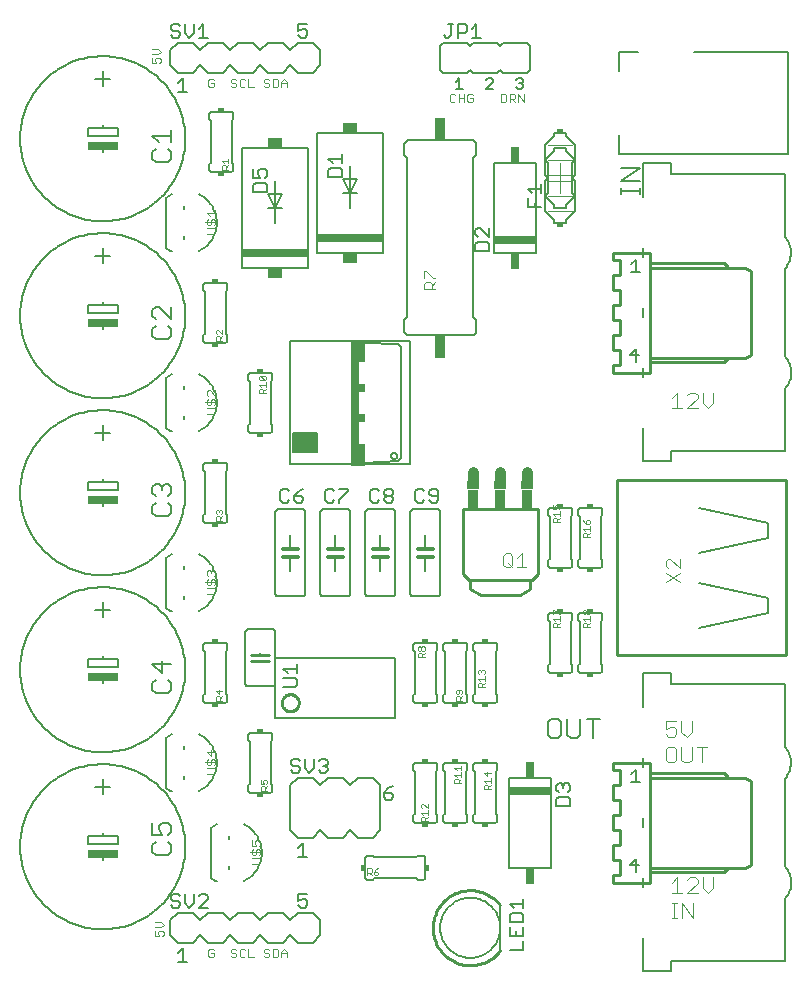
<source format=gto>
G75*
%MOIN*%
%OFA0B0*%
%FSLAX24Y24*%
%IPPOS*%
%LPD*%
%AMOC8*
5,1,8,0,0,1.08239X$1,22.5*
%
%ADD10C,0.0060*%
%ADD11C,0.0040*%
%ADD12C,0.0030*%
%ADD13R,0.1000X0.0250*%
%ADD14C,0.0070*%
%ADD15R,0.0200X0.0150*%
%ADD16C,0.0020*%
%ADD17C,0.0050*%
%ADD18C,0.0080*%
%ADD19C,0.0100*%
%ADD20R,0.0150X0.0200*%
%ADD21R,0.0320X0.0760*%
%ADD22R,0.2200X0.0300*%
%ADD23R,0.0500X0.0350*%
%ADD24R,0.0240X0.0140*%
%ADD25C,0.0120*%
%ADD26C,0.0350*%
%ADD27R,0.0440X0.0300*%
%ADD28R,0.0340X0.0600*%
%ADD29R,0.0300X0.4200*%
%ADD30R,0.0200X0.0750*%
%ADD31R,0.0200X0.0300*%
%ADD32R,0.1400X0.0250*%
%ADD33R,0.0300X0.0550*%
D10*
X002880Y004430D02*
X002880Y004630D01*
X000130Y004880D02*
X000132Y004985D01*
X000138Y005089D01*
X000148Y005193D01*
X000162Y005297D01*
X000180Y005400D01*
X000201Y005503D01*
X000227Y005604D01*
X000257Y005705D01*
X000290Y005804D01*
X000327Y005902D01*
X000368Y005999D01*
X000412Y006093D01*
X000460Y006186D01*
X000512Y006278D01*
X000567Y006367D01*
X000625Y006454D01*
X000686Y006538D01*
X000751Y006621D01*
X000819Y006701D01*
X000890Y006778D01*
X000963Y006852D01*
X001040Y006924D01*
X001119Y006992D01*
X001201Y007058D01*
X001285Y007120D01*
X001371Y007179D01*
X001460Y007235D01*
X001551Y007287D01*
X001643Y007336D01*
X001738Y007381D01*
X001834Y007423D01*
X001931Y007461D01*
X002030Y007495D01*
X002130Y007526D01*
X002232Y007552D01*
X002334Y007575D01*
X002437Y007594D01*
X002541Y007609D01*
X002645Y007620D01*
X002749Y007627D01*
X002854Y007630D01*
X002959Y007629D01*
X003063Y007624D01*
X003167Y007615D01*
X003271Y007602D01*
X003375Y007585D01*
X003477Y007564D01*
X003579Y007540D01*
X003680Y007511D01*
X003779Y007479D01*
X003878Y007443D01*
X003975Y007403D01*
X004070Y007359D01*
X004163Y007312D01*
X004255Y007262D01*
X004345Y007207D01*
X004432Y007150D01*
X004518Y007089D01*
X004600Y007025D01*
X004681Y006958D01*
X004759Y006888D01*
X004834Y006815D01*
X004906Y006739D01*
X004975Y006661D01*
X005042Y006580D01*
X005105Y006496D01*
X005165Y006411D01*
X005221Y006322D01*
X005275Y006232D01*
X005324Y006140D01*
X005370Y006046D01*
X005413Y005950D01*
X005452Y005853D01*
X005487Y005755D01*
X005519Y005655D01*
X005546Y005554D01*
X005570Y005452D01*
X005590Y005349D01*
X005606Y005245D01*
X005618Y005141D01*
X005626Y005037D01*
X005630Y004932D01*
X005630Y004828D01*
X005626Y004723D01*
X005618Y004619D01*
X005606Y004515D01*
X005590Y004411D01*
X005570Y004308D01*
X005546Y004206D01*
X005519Y004105D01*
X005487Y004005D01*
X005452Y003907D01*
X005413Y003810D01*
X005370Y003714D01*
X005324Y003620D01*
X005275Y003528D01*
X005221Y003438D01*
X005165Y003349D01*
X005105Y003264D01*
X005042Y003180D01*
X004975Y003099D01*
X004906Y003021D01*
X004834Y002945D01*
X004759Y002872D01*
X004681Y002802D01*
X004600Y002735D01*
X004518Y002671D01*
X004432Y002610D01*
X004345Y002553D01*
X004255Y002498D01*
X004163Y002448D01*
X004070Y002401D01*
X003975Y002357D01*
X003878Y002317D01*
X003779Y002281D01*
X003680Y002249D01*
X003579Y002220D01*
X003477Y002196D01*
X003375Y002175D01*
X003271Y002158D01*
X003167Y002145D01*
X003063Y002136D01*
X002959Y002131D01*
X002854Y002130D01*
X002749Y002133D01*
X002645Y002140D01*
X002541Y002151D01*
X002437Y002166D01*
X002334Y002185D01*
X002232Y002208D01*
X002130Y002234D01*
X002030Y002265D01*
X001931Y002299D01*
X001834Y002337D01*
X001738Y002379D01*
X001643Y002424D01*
X001551Y002473D01*
X001460Y002525D01*
X001371Y002581D01*
X001285Y002640D01*
X001201Y002702D01*
X001119Y002768D01*
X001040Y002836D01*
X000963Y002908D01*
X000890Y002982D01*
X000819Y003059D01*
X000751Y003139D01*
X000686Y003222D01*
X000625Y003306D01*
X000567Y003393D01*
X000512Y003482D01*
X000460Y003574D01*
X000412Y003667D01*
X000368Y003761D01*
X000327Y003858D01*
X000290Y003956D01*
X000257Y004055D01*
X000227Y004156D01*
X000201Y004257D01*
X000180Y004360D01*
X000162Y004463D01*
X000148Y004567D01*
X000138Y004671D01*
X000132Y004775D01*
X000130Y004880D01*
X002380Y004980D02*
X003380Y004980D01*
X003380Y005230D01*
X002880Y005230D01*
X002380Y005230D01*
X002380Y004980D01*
X002880Y005230D02*
X002880Y005330D01*
X002880Y006630D02*
X002880Y007130D01*
X002630Y006880D02*
X003130Y006880D01*
X002880Y010330D02*
X002880Y010530D01*
X000130Y010780D02*
X000132Y010885D01*
X000138Y010989D01*
X000148Y011093D01*
X000162Y011197D01*
X000180Y011300D01*
X000201Y011403D01*
X000227Y011504D01*
X000257Y011605D01*
X000290Y011704D01*
X000327Y011802D01*
X000368Y011899D01*
X000412Y011993D01*
X000460Y012086D01*
X000512Y012178D01*
X000567Y012267D01*
X000625Y012354D01*
X000686Y012438D01*
X000751Y012521D01*
X000819Y012601D01*
X000890Y012678D01*
X000963Y012752D01*
X001040Y012824D01*
X001119Y012892D01*
X001201Y012958D01*
X001285Y013020D01*
X001371Y013079D01*
X001460Y013135D01*
X001551Y013187D01*
X001643Y013236D01*
X001738Y013281D01*
X001834Y013323D01*
X001931Y013361D01*
X002030Y013395D01*
X002130Y013426D01*
X002232Y013452D01*
X002334Y013475D01*
X002437Y013494D01*
X002541Y013509D01*
X002645Y013520D01*
X002749Y013527D01*
X002854Y013530D01*
X002959Y013529D01*
X003063Y013524D01*
X003167Y013515D01*
X003271Y013502D01*
X003375Y013485D01*
X003477Y013464D01*
X003579Y013440D01*
X003680Y013411D01*
X003779Y013379D01*
X003878Y013343D01*
X003975Y013303D01*
X004070Y013259D01*
X004163Y013212D01*
X004255Y013162D01*
X004345Y013107D01*
X004432Y013050D01*
X004518Y012989D01*
X004600Y012925D01*
X004681Y012858D01*
X004759Y012788D01*
X004834Y012715D01*
X004906Y012639D01*
X004975Y012561D01*
X005042Y012480D01*
X005105Y012396D01*
X005165Y012311D01*
X005221Y012222D01*
X005275Y012132D01*
X005324Y012040D01*
X005370Y011946D01*
X005413Y011850D01*
X005452Y011753D01*
X005487Y011655D01*
X005519Y011555D01*
X005546Y011454D01*
X005570Y011352D01*
X005590Y011249D01*
X005606Y011145D01*
X005618Y011041D01*
X005626Y010937D01*
X005630Y010832D01*
X005630Y010728D01*
X005626Y010623D01*
X005618Y010519D01*
X005606Y010415D01*
X005590Y010311D01*
X005570Y010208D01*
X005546Y010106D01*
X005519Y010005D01*
X005487Y009905D01*
X005452Y009807D01*
X005413Y009710D01*
X005370Y009614D01*
X005324Y009520D01*
X005275Y009428D01*
X005221Y009338D01*
X005165Y009249D01*
X005105Y009164D01*
X005042Y009080D01*
X004975Y008999D01*
X004906Y008921D01*
X004834Y008845D01*
X004759Y008772D01*
X004681Y008702D01*
X004600Y008635D01*
X004518Y008571D01*
X004432Y008510D01*
X004345Y008453D01*
X004255Y008398D01*
X004163Y008348D01*
X004070Y008301D01*
X003975Y008257D01*
X003878Y008217D01*
X003779Y008181D01*
X003680Y008149D01*
X003579Y008120D01*
X003477Y008096D01*
X003375Y008075D01*
X003271Y008058D01*
X003167Y008045D01*
X003063Y008036D01*
X002959Y008031D01*
X002854Y008030D01*
X002749Y008033D01*
X002645Y008040D01*
X002541Y008051D01*
X002437Y008066D01*
X002334Y008085D01*
X002232Y008108D01*
X002130Y008134D01*
X002030Y008165D01*
X001931Y008199D01*
X001834Y008237D01*
X001738Y008279D01*
X001643Y008324D01*
X001551Y008373D01*
X001460Y008425D01*
X001371Y008481D01*
X001285Y008540D01*
X001201Y008602D01*
X001119Y008668D01*
X001040Y008736D01*
X000963Y008808D01*
X000890Y008882D01*
X000819Y008959D01*
X000751Y009039D01*
X000686Y009122D01*
X000625Y009206D01*
X000567Y009293D01*
X000512Y009382D01*
X000460Y009474D01*
X000412Y009567D01*
X000368Y009661D01*
X000327Y009758D01*
X000290Y009856D01*
X000257Y009955D01*
X000227Y010056D01*
X000201Y010157D01*
X000180Y010260D01*
X000162Y010363D01*
X000148Y010467D01*
X000138Y010571D01*
X000132Y010675D01*
X000130Y010780D01*
X002380Y010880D02*
X003380Y010880D01*
X003380Y011130D01*
X002880Y011130D01*
X002380Y011130D01*
X002380Y010880D01*
X002880Y011130D02*
X002880Y011230D01*
X002880Y012530D02*
X002880Y013030D01*
X002630Y012780D02*
X003130Y012780D01*
X002880Y016230D02*
X002880Y016430D01*
X000130Y016680D02*
X000132Y016785D01*
X000138Y016889D01*
X000148Y016993D01*
X000162Y017097D01*
X000180Y017200D01*
X000201Y017303D01*
X000227Y017404D01*
X000257Y017505D01*
X000290Y017604D01*
X000327Y017702D01*
X000368Y017799D01*
X000412Y017893D01*
X000460Y017986D01*
X000512Y018078D01*
X000567Y018167D01*
X000625Y018254D01*
X000686Y018338D01*
X000751Y018421D01*
X000819Y018501D01*
X000890Y018578D01*
X000963Y018652D01*
X001040Y018724D01*
X001119Y018792D01*
X001201Y018858D01*
X001285Y018920D01*
X001371Y018979D01*
X001460Y019035D01*
X001551Y019087D01*
X001643Y019136D01*
X001738Y019181D01*
X001834Y019223D01*
X001931Y019261D01*
X002030Y019295D01*
X002130Y019326D01*
X002232Y019352D01*
X002334Y019375D01*
X002437Y019394D01*
X002541Y019409D01*
X002645Y019420D01*
X002749Y019427D01*
X002854Y019430D01*
X002959Y019429D01*
X003063Y019424D01*
X003167Y019415D01*
X003271Y019402D01*
X003375Y019385D01*
X003477Y019364D01*
X003579Y019340D01*
X003680Y019311D01*
X003779Y019279D01*
X003878Y019243D01*
X003975Y019203D01*
X004070Y019159D01*
X004163Y019112D01*
X004255Y019062D01*
X004345Y019007D01*
X004432Y018950D01*
X004518Y018889D01*
X004600Y018825D01*
X004681Y018758D01*
X004759Y018688D01*
X004834Y018615D01*
X004906Y018539D01*
X004975Y018461D01*
X005042Y018380D01*
X005105Y018296D01*
X005165Y018211D01*
X005221Y018122D01*
X005275Y018032D01*
X005324Y017940D01*
X005370Y017846D01*
X005413Y017750D01*
X005452Y017653D01*
X005487Y017555D01*
X005519Y017455D01*
X005546Y017354D01*
X005570Y017252D01*
X005590Y017149D01*
X005606Y017045D01*
X005618Y016941D01*
X005626Y016837D01*
X005630Y016732D01*
X005630Y016628D01*
X005626Y016523D01*
X005618Y016419D01*
X005606Y016315D01*
X005590Y016211D01*
X005570Y016108D01*
X005546Y016006D01*
X005519Y015905D01*
X005487Y015805D01*
X005452Y015707D01*
X005413Y015610D01*
X005370Y015514D01*
X005324Y015420D01*
X005275Y015328D01*
X005221Y015238D01*
X005165Y015149D01*
X005105Y015064D01*
X005042Y014980D01*
X004975Y014899D01*
X004906Y014821D01*
X004834Y014745D01*
X004759Y014672D01*
X004681Y014602D01*
X004600Y014535D01*
X004518Y014471D01*
X004432Y014410D01*
X004345Y014353D01*
X004255Y014298D01*
X004163Y014248D01*
X004070Y014201D01*
X003975Y014157D01*
X003878Y014117D01*
X003779Y014081D01*
X003680Y014049D01*
X003579Y014020D01*
X003477Y013996D01*
X003375Y013975D01*
X003271Y013958D01*
X003167Y013945D01*
X003063Y013936D01*
X002959Y013931D01*
X002854Y013930D01*
X002749Y013933D01*
X002645Y013940D01*
X002541Y013951D01*
X002437Y013966D01*
X002334Y013985D01*
X002232Y014008D01*
X002130Y014034D01*
X002030Y014065D01*
X001931Y014099D01*
X001834Y014137D01*
X001738Y014179D01*
X001643Y014224D01*
X001551Y014273D01*
X001460Y014325D01*
X001371Y014381D01*
X001285Y014440D01*
X001201Y014502D01*
X001119Y014568D01*
X001040Y014636D01*
X000963Y014708D01*
X000890Y014782D01*
X000819Y014859D01*
X000751Y014939D01*
X000686Y015022D01*
X000625Y015106D01*
X000567Y015193D01*
X000512Y015282D01*
X000460Y015374D01*
X000412Y015467D01*
X000368Y015561D01*
X000327Y015658D01*
X000290Y015756D01*
X000257Y015855D01*
X000227Y015956D01*
X000201Y016057D01*
X000180Y016160D01*
X000162Y016263D01*
X000148Y016367D01*
X000138Y016471D01*
X000132Y016575D01*
X000130Y016680D01*
X002380Y016780D02*
X003380Y016780D01*
X003380Y017030D01*
X002880Y017030D01*
X002380Y017030D01*
X002380Y016780D01*
X002880Y017030D02*
X002880Y017130D01*
X002880Y018430D02*
X002880Y018930D01*
X002630Y018680D02*
X003130Y018680D01*
X002880Y022130D02*
X002880Y022330D01*
X000130Y022580D02*
X000132Y022685D01*
X000138Y022789D01*
X000148Y022893D01*
X000162Y022997D01*
X000180Y023100D01*
X000201Y023203D01*
X000227Y023304D01*
X000257Y023405D01*
X000290Y023504D01*
X000327Y023602D01*
X000368Y023699D01*
X000412Y023793D01*
X000460Y023886D01*
X000512Y023978D01*
X000567Y024067D01*
X000625Y024154D01*
X000686Y024238D01*
X000751Y024321D01*
X000819Y024401D01*
X000890Y024478D01*
X000963Y024552D01*
X001040Y024624D01*
X001119Y024692D01*
X001201Y024758D01*
X001285Y024820D01*
X001371Y024879D01*
X001460Y024935D01*
X001551Y024987D01*
X001643Y025036D01*
X001738Y025081D01*
X001834Y025123D01*
X001931Y025161D01*
X002030Y025195D01*
X002130Y025226D01*
X002232Y025252D01*
X002334Y025275D01*
X002437Y025294D01*
X002541Y025309D01*
X002645Y025320D01*
X002749Y025327D01*
X002854Y025330D01*
X002959Y025329D01*
X003063Y025324D01*
X003167Y025315D01*
X003271Y025302D01*
X003375Y025285D01*
X003477Y025264D01*
X003579Y025240D01*
X003680Y025211D01*
X003779Y025179D01*
X003878Y025143D01*
X003975Y025103D01*
X004070Y025059D01*
X004163Y025012D01*
X004255Y024962D01*
X004345Y024907D01*
X004432Y024850D01*
X004518Y024789D01*
X004600Y024725D01*
X004681Y024658D01*
X004759Y024588D01*
X004834Y024515D01*
X004906Y024439D01*
X004975Y024361D01*
X005042Y024280D01*
X005105Y024196D01*
X005165Y024111D01*
X005221Y024022D01*
X005275Y023932D01*
X005324Y023840D01*
X005370Y023746D01*
X005413Y023650D01*
X005452Y023553D01*
X005487Y023455D01*
X005519Y023355D01*
X005546Y023254D01*
X005570Y023152D01*
X005590Y023049D01*
X005606Y022945D01*
X005618Y022841D01*
X005626Y022737D01*
X005630Y022632D01*
X005630Y022528D01*
X005626Y022423D01*
X005618Y022319D01*
X005606Y022215D01*
X005590Y022111D01*
X005570Y022008D01*
X005546Y021906D01*
X005519Y021805D01*
X005487Y021705D01*
X005452Y021607D01*
X005413Y021510D01*
X005370Y021414D01*
X005324Y021320D01*
X005275Y021228D01*
X005221Y021138D01*
X005165Y021049D01*
X005105Y020964D01*
X005042Y020880D01*
X004975Y020799D01*
X004906Y020721D01*
X004834Y020645D01*
X004759Y020572D01*
X004681Y020502D01*
X004600Y020435D01*
X004518Y020371D01*
X004432Y020310D01*
X004345Y020253D01*
X004255Y020198D01*
X004163Y020148D01*
X004070Y020101D01*
X003975Y020057D01*
X003878Y020017D01*
X003779Y019981D01*
X003680Y019949D01*
X003579Y019920D01*
X003477Y019896D01*
X003375Y019875D01*
X003271Y019858D01*
X003167Y019845D01*
X003063Y019836D01*
X002959Y019831D01*
X002854Y019830D01*
X002749Y019833D01*
X002645Y019840D01*
X002541Y019851D01*
X002437Y019866D01*
X002334Y019885D01*
X002232Y019908D01*
X002130Y019934D01*
X002030Y019965D01*
X001931Y019999D01*
X001834Y020037D01*
X001738Y020079D01*
X001643Y020124D01*
X001551Y020173D01*
X001460Y020225D01*
X001371Y020281D01*
X001285Y020340D01*
X001201Y020402D01*
X001119Y020468D01*
X001040Y020536D01*
X000963Y020608D01*
X000890Y020682D01*
X000819Y020759D01*
X000751Y020839D01*
X000686Y020922D01*
X000625Y021006D01*
X000567Y021093D01*
X000512Y021182D01*
X000460Y021274D01*
X000412Y021367D01*
X000368Y021461D01*
X000327Y021558D01*
X000290Y021656D01*
X000257Y021755D01*
X000227Y021856D01*
X000201Y021957D01*
X000180Y022060D01*
X000162Y022163D01*
X000148Y022267D01*
X000138Y022371D01*
X000132Y022475D01*
X000130Y022580D01*
X002380Y022680D02*
X003380Y022680D01*
X003380Y022930D01*
X002880Y022930D01*
X002380Y022930D01*
X002380Y022680D01*
X002880Y022930D02*
X002880Y023030D01*
X002880Y024330D02*
X002880Y024830D01*
X002630Y024580D02*
X003130Y024580D01*
X002880Y028030D02*
X002880Y028230D01*
X000130Y028480D02*
X000132Y028585D01*
X000138Y028689D01*
X000148Y028793D01*
X000162Y028897D01*
X000180Y029000D01*
X000201Y029103D01*
X000227Y029204D01*
X000257Y029305D01*
X000290Y029404D01*
X000327Y029502D01*
X000368Y029599D01*
X000412Y029693D01*
X000460Y029786D01*
X000512Y029878D01*
X000567Y029967D01*
X000625Y030054D01*
X000686Y030138D01*
X000751Y030221D01*
X000819Y030301D01*
X000890Y030378D01*
X000963Y030452D01*
X001040Y030524D01*
X001119Y030592D01*
X001201Y030658D01*
X001285Y030720D01*
X001371Y030779D01*
X001460Y030835D01*
X001551Y030887D01*
X001643Y030936D01*
X001738Y030981D01*
X001834Y031023D01*
X001931Y031061D01*
X002030Y031095D01*
X002130Y031126D01*
X002232Y031152D01*
X002334Y031175D01*
X002437Y031194D01*
X002541Y031209D01*
X002645Y031220D01*
X002749Y031227D01*
X002854Y031230D01*
X002959Y031229D01*
X003063Y031224D01*
X003167Y031215D01*
X003271Y031202D01*
X003375Y031185D01*
X003477Y031164D01*
X003579Y031140D01*
X003680Y031111D01*
X003779Y031079D01*
X003878Y031043D01*
X003975Y031003D01*
X004070Y030959D01*
X004163Y030912D01*
X004255Y030862D01*
X004345Y030807D01*
X004432Y030750D01*
X004518Y030689D01*
X004600Y030625D01*
X004681Y030558D01*
X004759Y030488D01*
X004834Y030415D01*
X004906Y030339D01*
X004975Y030261D01*
X005042Y030180D01*
X005105Y030096D01*
X005165Y030011D01*
X005221Y029922D01*
X005275Y029832D01*
X005324Y029740D01*
X005370Y029646D01*
X005413Y029550D01*
X005452Y029453D01*
X005487Y029355D01*
X005519Y029255D01*
X005546Y029154D01*
X005570Y029052D01*
X005590Y028949D01*
X005606Y028845D01*
X005618Y028741D01*
X005626Y028637D01*
X005630Y028532D01*
X005630Y028428D01*
X005626Y028323D01*
X005618Y028219D01*
X005606Y028115D01*
X005590Y028011D01*
X005570Y027908D01*
X005546Y027806D01*
X005519Y027705D01*
X005487Y027605D01*
X005452Y027507D01*
X005413Y027410D01*
X005370Y027314D01*
X005324Y027220D01*
X005275Y027128D01*
X005221Y027038D01*
X005165Y026949D01*
X005105Y026864D01*
X005042Y026780D01*
X004975Y026699D01*
X004906Y026621D01*
X004834Y026545D01*
X004759Y026472D01*
X004681Y026402D01*
X004600Y026335D01*
X004518Y026271D01*
X004432Y026210D01*
X004345Y026153D01*
X004255Y026098D01*
X004163Y026048D01*
X004070Y026001D01*
X003975Y025957D01*
X003878Y025917D01*
X003779Y025881D01*
X003680Y025849D01*
X003579Y025820D01*
X003477Y025796D01*
X003375Y025775D01*
X003271Y025758D01*
X003167Y025745D01*
X003063Y025736D01*
X002959Y025731D01*
X002854Y025730D01*
X002749Y025733D01*
X002645Y025740D01*
X002541Y025751D01*
X002437Y025766D01*
X002334Y025785D01*
X002232Y025808D01*
X002130Y025834D01*
X002030Y025865D01*
X001931Y025899D01*
X001834Y025937D01*
X001738Y025979D01*
X001643Y026024D01*
X001551Y026073D01*
X001460Y026125D01*
X001371Y026181D01*
X001285Y026240D01*
X001201Y026302D01*
X001119Y026368D01*
X001040Y026436D01*
X000963Y026508D01*
X000890Y026582D01*
X000819Y026659D01*
X000751Y026739D01*
X000686Y026822D01*
X000625Y026906D01*
X000567Y026993D01*
X000512Y027082D01*
X000460Y027174D01*
X000412Y027267D01*
X000368Y027361D01*
X000327Y027458D01*
X000290Y027556D01*
X000257Y027655D01*
X000227Y027756D01*
X000201Y027857D01*
X000180Y027960D01*
X000162Y028063D01*
X000148Y028167D01*
X000138Y028271D01*
X000132Y028375D01*
X000130Y028480D01*
X002380Y028580D02*
X003380Y028580D01*
X003380Y028830D01*
X002880Y028830D01*
X002380Y028830D01*
X002380Y028580D01*
X002880Y028830D02*
X002880Y028930D01*
X002880Y030230D02*
X002880Y030730D01*
X002630Y030480D02*
X003130Y030480D01*
X005130Y030930D02*
X005380Y030680D01*
X005880Y030680D01*
X006130Y030930D01*
X006380Y030680D01*
X006880Y030680D01*
X007130Y030930D01*
X007380Y030680D01*
X007880Y030680D01*
X008130Y030930D01*
X008380Y030680D01*
X008880Y030680D01*
X009130Y030930D01*
X009380Y030680D01*
X009880Y030680D01*
X010130Y030930D01*
X010130Y031430D01*
X009880Y031680D01*
X009380Y031680D01*
X009130Y031430D01*
X008880Y031680D01*
X008380Y031680D01*
X008130Y031430D01*
X007880Y031680D01*
X007380Y031680D01*
X007130Y031430D01*
X006880Y031680D01*
X006380Y031680D01*
X006130Y031430D01*
X005880Y031680D01*
X005380Y031680D01*
X005130Y031430D01*
X005130Y030930D01*
X006530Y029380D02*
X007130Y029380D01*
X007147Y029378D01*
X007164Y029374D01*
X007180Y029367D01*
X007194Y029357D01*
X007207Y029344D01*
X007217Y029330D01*
X007224Y029314D01*
X007228Y029297D01*
X007230Y029280D01*
X007230Y029130D01*
X007180Y029080D01*
X007180Y027680D01*
X007230Y027630D01*
X007230Y027480D01*
X007228Y027463D01*
X007224Y027446D01*
X007217Y027430D01*
X007207Y027416D01*
X007194Y027403D01*
X007180Y027393D01*
X007164Y027386D01*
X007147Y027382D01*
X007130Y027380D01*
X006530Y027380D01*
X006513Y027382D01*
X006496Y027386D01*
X006480Y027393D01*
X006466Y027403D01*
X006453Y027416D01*
X006443Y027430D01*
X006436Y027446D01*
X006432Y027463D01*
X006430Y027480D01*
X006430Y027630D01*
X006480Y027680D01*
X006480Y029080D01*
X006430Y029130D01*
X006430Y029280D01*
X006432Y029297D01*
X006436Y029314D01*
X006443Y029330D01*
X006453Y029344D01*
X006466Y029357D01*
X006480Y029367D01*
X006496Y029374D01*
X006513Y029378D01*
X006530Y029380D01*
X007530Y028180D02*
X007530Y024180D01*
X009730Y024180D01*
X009730Y028180D01*
X007530Y028180D01*
X008630Y027080D02*
X008630Y026180D01*
X008860Y026180D01*
X008630Y026180D02*
X008630Y025680D01*
X008630Y026180D02*
X008400Y026180D01*
X008630Y026180D02*
X008860Y026630D01*
X008400Y026630D01*
X008630Y026180D01*
X010030Y024680D02*
X010030Y028680D01*
X012230Y028680D01*
X012230Y024680D01*
X010030Y024680D01*
X011130Y026180D02*
X011130Y026680D01*
X011360Y026680D01*
X011130Y026680D02*
X011360Y027130D01*
X010900Y027130D01*
X011130Y026680D01*
X011130Y027580D01*
X011130Y026680D02*
X010900Y026680D01*
X012930Y027930D02*
X013030Y027830D01*
X013030Y022530D01*
X012930Y022430D01*
X012930Y022080D01*
X012932Y022057D01*
X012937Y022034D01*
X012946Y022012D01*
X012959Y021992D01*
X012974Y021974D01*
X012992Y021959D01*
X013012Y021946D01*
X013034Y021937D01*
X013057Y021932D01*
X013080Y021930D01*
X015180Y021930D01*
X015203Y021932D01*
X015226Y021937D01*
X015248Y021946D01*
X015268Y021959D01*
X015286Y021974D01*
X015301Y021992D01*
X015314Y022012D01*
X015323Y022034D01*
X015328Y022057D01*
X015330Y022080D01*
X015330Y022430D01*
X015230Y022530D01*
X015230Y027830D01*
X015330Y027930D01*
X015330Y028280D01*
X015328Y028303D01*
X015323Y028326D01*
X015314Y028348D01*
X015301Y028368D01*
X015286Y028386D01*
X015268Y028401D01*
X015248Y028414D01*
X015226Y028423D01*
X015203Y028428D01*
X015180Y028430D01*
X013080Y028430D01*
X013057Y028428D01*
X013034Y028423D01*
X013012Y028414D01*
X012992Y028401D01*
X012974Y028386D01*
X012959Y028368D01*
X012946Y028348D01*
X012937Y028326D01*
X012932Y028303D01*
X012930Y028280D01*
X012930Y027930D01*
X014230Y030680D02*
X014130Y030780D01*
X014130Y031580D01*
X014230Y031680D01*
X015030Y031680D01*
X015130Y031580D01*
X015230Y031680D01*
X016030Y031680D01*
X016130Y031580D01*
X016230Y031680D01*
X017030Y031680D01*
X017130Y031580D01*
X017130Y030780D01*
X017030Y030680D01*
X016230Y030680D01*
X016130Y030780D01*
X016030Y030680D01*
X015230Y030680D01*
X015130Y030780D01*
X015030Y030680D01*
X014230Y030680D01*
X015930Y027680D02*
X017330Y027680D01*
X017330Y024680D01*
X015930Y024680D01*
X015930Y027680D01*
X017630Y027780D02*
X017630Y027280D01*
X017730Y027180D01*
X017630Y027080D01*
X017630Y026580D01*
X017730Y026680D01*
X017730Y027680D01*
X017630Y027780D01*
X017630Y028280D01*
X017930Y028580D01*
X017930Y028680D01*
X018330Y028680D01*
X018330Y028580D01*
X018630Y028280D01*
X018630Y027780D01*
X018530Y027680D01*
X018530Y026680D01*
X018630Y026580D01*
X018630Y026080D01*
X018330Y025780D01*
X018330Y025680D01*
X017930Y025680D01*
X017930Y025780D01*
X017630Y026080D01*
X017630Y026580D01*
X017930Y026280D01*
X017930Y026180D01*
X018330Y026180D01*
X018330Y026280D01*
X018630Y026580D01*
X018630Y027080D01*
X018530Y027180D01*
X018630Y027280D01*
X018630Y027780D01*
X018330Y028080D01*
X018330Y028180D01*
X017930Y028180D01*
X017930Y028080D01*
X017630Y027780D01*
X020159Y027492D02*
X020800Y027492D01*
X020159Y027065D01*
X020800Y027065D01*
X020800Y026849D02*
X020800Y026636D01*
X020800Y026743D02*
X020159Y026743D01*
X020159Y026849D02*
X020159Y026636D01*
X019430Y016180D02*
X018830Y016180D01*
X018813Y016178D01*
X018796Y016174D01*
X018780Y016167D01*
X018766Y016157D01*
X018753Y016144D01*
X018743Y016130D01*
X018736Y016114D01*
X018732Y016097D01*
X018730Y016080D01*
X018730Y015930D01*
X018780Y015880D01*
X018780Y014480D01*
X018730Y014430D01*
X018730Y014280D01*
X018732Y014263D01*
X018736Y014246D01*
X018743Y014230D01*
X018753Y014216D01*
X018766Y014203D01*
X018780Y014193D01*
X018796Y014186D01*
X018813Y014182D01*
X018830Y014180D01*
X019430Y014180D01*
X019447Y014182D01*
X019464Y014186D01*
X019480Y014193D01*
X019494Y014203D01*
X019507Y014216D01*
X019517Y014230D01*
X019524Y014246D01*
X019528Y014263D01*
X019530Y014280D01*
X019530Y014430D01*
X019480Y014480D01*
X019480Y015880D01*
X019530Y015930D01*
X019530Y016080D01*
X019528Y016097D01*
X019524Y016114D01*
X019517Y016130D01*
X019507Y016144D01*
X019494Y016157D01*
X019480Y016167D01*
X019464Y016174D01*
X019447Y016178D01*
X019430Y016180D01*
X018530Y016080D02*
X018530Y015930D01*
X018480Y015880D01*
X018480Y014480D01*
X018530Y014430D01*
X018530Y014280D01*
X018528Y014263D01*
X018524Y014246D01*
X018517Y014230D01*
X018507Y014216D01*
X018494Y014203D01*
X018480Y014193D01*
X018464Y014186D01*
X018447Y014182D01*
X018430Y014180D01*
X017830Y014180D01*
X017813Y014182D01*
X017796Y014186D01*
X017780Y014193D01*
X017766Y014203D01*
X017753Y014216D01*
X017743Y014230D01*
X017736Y014246D01*
X017732Y014263D01*
X017730Y014280D01*
X017730Y014430D01*
X017780Y014480D01*
X017780Y015880D01*
X017730Y015930D01*
X017730Y016080D01*
X017732Y016097D01*
X017736Y016114D01*
X017743Y016130D01*
X017753Y016144D01*
X017766Y016157D01*
X017780Y016167D01*
X017796Y016174D01*
X017813Y016178D01*
X017830Y016180D01*
X018430Y016180D01*
X018447Y016178D01*
X018464Y016174D01*
X018480Y016167D01*
X018494Y016157D01*
X018507Y016144D01*
X018517Y016130D01*
X018524Y016114D01*
X018528Y016097D01*
X018530Y016080D01*
X018430Y012680D02*
X017830Y012680D01*
X017813Y012678D01*
X017796Y012674D01*
X017780Y012667D01*
X017766Y012657D01*
X017753Y012644D01*
X017743Y012630D01*
X017736Y012614D01*
X017732Y012597D01*
X017730Y012580D01*
X017730Y012430D01*
X017780Y012380D01*
X017780Y010980D01*
X017730Y010930D01*
X017730Y010780D01*
X017732Y010763D01*
X017736Y010746D01*
X017743Y010730D01*
X017753Y010716D01*
X017766Y010703D01*
X017780Y010693D01*
X017796Y010686D01*
X017813Y010682D01*
X017830Y010680D01*
X018430Y010680D01*
X018447Y010682D01*
X018464Y010686D01*
X018480Y010693D01*
X018494Y010703D01*
X018507Y010716D01*
X018517Y010730D01*
X018524Y010746D01*
X018528Y010763D01*
X018530Y010780D01*
X018530Y010930D01*
X018480Y010980D01*
X018480Y012380D01*
X018530Y012430D01*
X018530Y012580D01*
X018528Y012597D01*
X018524Y012614D01*
X018517Y012630D01*
X018507Y012644D01*
X018494Y012657D01*
X018480Y012667D01*
X018464Y012674D01*
X018447Y012678D01*
X018430Y012680D01*
X018730Y012580D02*
X018730Y012430D01*
X018780Y012380D01*
X018780Y010980D01*
X018730Y010930D01*
X018730Y010780D01*
X018732Y010763D01*
X018736Y010746D01*
X018743Y010730D01*
X018753Y010716D01*
X018766Y010703D01*
X018780Y010693D01*
X018796Y010686D01*
X018813Y010682D01*
X018830Y010680D01*
X019430Y010680D01*
X019447Y010682D01*
X019464Y010686D01*
X019480Y010693D01*
X019494Y010703D01*
X019507Y010716D01*
X019517Y010730D01*
X019524Y010746D01*
X019528Y010763D01*
X019530Y010780D01*
X019530Y010930D01*
X019480Y010980D01*
X019480Y012380D01*
X019530Y012430D01*
X019530Y012580D01*
X019528Y012597D01*
X019524Y012614D01*
X019517Y012630D01*
X019507Y012644D01*
X019494Y012657D01*
X019480Y012667D01*
X019464Y012674D01*
X019447Y012678D01*
X019430Y012680D01*
X018830Y012680D01*
X018813Y012678D01*
X018796Y012674D01*
X018780Y012667D01*
X018766Y012657D01*
X018753Y012644D01*
X018743Y012630D01*
X018736Y012614D01*
X018732Y012597D01*
X018730Y012580D01*
X016030Y011580D02*
X016030Y011430D01*
X015980Y011380D01*
X015980Y009980D01*
X016030Y009930D01*
X016030Y009780D01*
X016028Y009763D01*
X016024Y009746D01*
X016017Y009730D01*
X016007Y009716D01*
X015994Y009703D01*
X015980Y009693D01*
X015964Y009686D01*
X015947Y009682D01*
X015930Y009680D01*
X015330Y009680D01*
X015313Y009682D01*
X015296Y009686D01*
X015280Y009693D01*
X015266Y009703D01*
X015253Y009716D01*
X015243Y009730D01*
X015236Y009746D01*
X015232Y009763D01*
X015230Y009780D01*
X015230Y009930D01*
X015280Y009980D01*
X015280Y011380D01*
X015230Y011430D01*
X015230Y011580D01*
X015232Y011597D01*
X015236Y011614D01*
X015243Y011630D01*
X015253Y011644D01*
X015266Y011657D01*
X015280Y011667D01*
X015296Y011674D01*
X015313Y011678D01*
X015330Y011680D01*
X015930Y011680D01*
X015947Y011678D01*
X015964Y011674D01*
X015980Y011667D01*
X015994Y011657D01*
X016007Y011644D01*
X016017Y011630D01*
X016024Y011614D01*
X016028Y011597D01*
X016030Y011580D01*
X015030Y011580D02*
X015030Y011430D01*
X014980Y011380D01*
X014980Y009980D01*
X015030Y009930D01*
X015030Y009780D01*
X015028Y009763D01*
X015024Y009746D01*
X015017Y009730D01*
X015007Y009716D01*
X014994Y009703D01*
X014980Y009693D01*
X014964Y009686D01*
X014947Y009682D01*
X014930Y009680D01*
X014330Y009680D01*
X014313Y009682D01*
X014296Y009686D01*
X014280Y009693D01*
X014266Y009703D01*
X014253Y009716D01*
X014243Y009730D01*
X014236Y009746D01*
X014232Y009763D01*
X014230Y009780D01*
X014230Y009930D01*
X014280Y009980D01*
X014280Y011380D01*
X014230Y011430D01*
X014230Y011580D01*
X014232Y011597D01*
X014236Y011614D01*
X014243Y011630D01*
X014253Y011644D01*
X014266Y011657D01*
X014280Y011667D01*
X014296Y011674D01*
X014313Y011678D01*
X014330Y011680D01*
X014930Y011680D01*
X014947Y011678D01*
X014964Y011674D01*
X014980Y011667D01*
X014994Y011657D01*
X015007Y011644D01*
X015017Y011630D01*
X015024Y011614D01*
X015028Y011597D01*
X015030Y011580D01*
X014030Y011580D02*
X014030Y011430D01*
X013980Y011380D01*
X013980Y009980D01*
X014030Y009930D01*
X014030Y009780D01*
X014028Y009763D01*
X014024Y009746D01*
X014017Y009730D01*
X014007Y009716D01*
X013994Y009703D01*
X013980Y009693D01*
X013964Y009686D01*
X013947Y009682D01*
X013930Y009680D01*
X013330Y009680D01*
X013313Y009682D01*
X013296Y009686D01*
X013280Y009693D01*
X013266Y009703D01*
X013253Y009716D01*
X013243Y009730D01*
X013236Y009746D01*
X013232Y009763D01*
X013230Y009780D01*
X013230Y009930D01*
X013280Y009980D01*
X013280Y011380D01*
X013230Y011430D01*
X013230Y011580D01*
X013232Y011597D01*
X013236Y011614D01*
X013243Y011630D01*
X013253Y011644D01*
X013266Y011657D01*
X013280Y011667D01*
X013296Y011674D01*
X013313Y011678D01*
X013330Y011680D01*
X013930Y011680D01*
X013947Y011678D01*
X013964Y011674D01*
X013980Y011667D01*
X013994Y011657D01*
X014007Y011644D01*
X014017Y011630D01*
X014024Y011614D01*
X014028Y011597D01*
X014030Y011580D01*
X014030Y013230D02*
X013230Y013230D01*
X013213Y013232D01*
X013196Y013236D01*
X013180Y013243D01*
X013166Y013253D01*
X013153Y013266D01*
X013143Y013280D01*
X013136Y013296D01*
X013132Y013313D01*
X013130Y013330D01*
X013130Y016030D01*
X013132Y016047D01*
X013136Y016064D01*
X013143Y016080D01*
X013153Y016094D01*
X013166Y016107D01*
X013180Y016117D01*
X013196Y016124D01*
X013213Y016128D01*
X013230Y016130D01*
X014030Y016130D01*
X014047Y016128D01*
X014064Y016124D01*
X014080Y016117D01*
X014094Y016107D01*
X014107Y016094D01*
X014117Y016080D01*
X014124Y016064D01*
X014128Y016047D01*
X014130Y016030D01*
X014130Y013330D01*
X014128Y013313D01*
X014124Y013296D01*
X014117Y013280D01*
X014107Y013266D01*
X014094Y013253D01*
X014080Y013243D01*
X014064Y013236D01*
X014047Y013232D01*
X014030Y013230D01*
X013630Y014080D02*
X013630Y014550D01*
X013630Y014800D02*
X013630Y015280D01*
X012630Y016030D02*
X012630Y013330D01*
X012628Y013313D01*
X012624Y013296D01*
X012617Y013280D01*
X012607Y013266D01*
X012594Y013253D01*
X012580Y013243D01*
X012564Y013236D01*
X012547Y013232D01*
X012530Y013230D01*
X011730Y013230D01*
X011713Y013232D01*
X011696Y013236D01*
X011680Y013243D01*
X011666Y013253D01*
X011653Y013266D01*
X011643Y013280D01*
X011636Y013296D01*
X011632Y013313D01*
X011630Y013330D01*
X011630Y016030D01*
X011632Y016047D01*
X011636Y016064D01*
X011643Y016080D01*
X011653Y016094D01*
X011666Y016107D01*
X011680Y016117D01*
X011696Y016124D01*
X011713Y016128D01*
X011730Y016130D01*
X012530Y016130D01*
X012547Y016128D01*
X012564Y016124D01*
X012580Y016117D01*
X012594Y016107D01*
X012607Y016094D01*
X012617Y016080D01*
X012624Y016064D01*
X012628Y016047D01*
X012630Y016030D01*
X012130Y015280D02*
X012130Y014800D01*
X012130Y014550D02*
X012130Y014080D01*
X011130Y013330D02*
X011130Y016030D01*
X011128Y016047D01*
X011124Y016064D01*
X011117Y016080D01*
X011107Y016094D01*
X011094Y016107D01*
X011080Y016117D01*
X011064Y016124D01*
X011047Y016128D01*
X011030Y016130D01*
X010230Y016130D01*
X010213Y016128D01*
X010196Y016124D01*
X010180Y016117D01*
X010166Y016107D01*
X010153Y016094D01*
X010143Y016080D01*
X010136Y016064D01*
X010132Y016047D01*
X010130Y016030D01*
X010130Y013330D01*
X010132Y013313D01*
X010136Y013296D01*
X010143Y013280D01*
X010153Y013266D01*
X010166Y013253D01*
X010180Y013243D01*
X010196Y013236D01*
X010213Y013232D01*
X010230Y013230D01*
X011030Y013230D01*
X011047Y013232D01*
X011064Y013236D01*
X011080Y013243D01*
X011094Y013253D01*
X011107Y013266D01*
X011117Y013280D01*
X011124Y013296D01*
X011128Y013313D01*
X011130Y013330D01*
X010630Y014080D02*
X010630Y014550D01*
X010630Y014800D02*
X010630Y015280D01*
X009630Y016030D02*
X009630Y013330D01*
X009628Y013313D01*
X009624Y013296D01*
X009617Y013280D01*
X009607Y013266D01*
X009594Y013253D01*
X009580Y013243D01*
X009564Y013236D01*
X009547Y013232D01*
X009530Y013230D01*
X008730Y013230D01*
X008713Y013232D01*
X008696Y013236D01*
X008680Y013243D01*
X008666Y013253D01*
X008653Y013266D01*
X008643Y013280D01*
X008636Y013296D01*
X008632Y013313D01*
X008630Y013330D01*
X008630Y016030D01*
X008632Y016047D01*
X008636Y016064D01*
X008643Y016080D01*
X008653Y016094D01*
X008666Y016107D01*
X008680Y016117D01*
X008696Y016124D01*
X008713Y016128D01*
X008730Y016130D01*
X009530Y016130D01*
X009547Y016128D01*
X009564Y016124D01*
X009580Y016117D01*
X009594Y016107D01*
X009607Y016094D01*
X009617Y016080D01*
X009624Y016064D01*
X009628Y016047D01*
X009630Y016030D01*
X009130Y015280D02*
X009130Y014800D01*
X009130Y014550D02*
X009130Y014080D01*
X008530Y012130D02*
X007730Y012130D01*
X007713Y012128D01*
X007696Y012124D01*
X007680Y012117D01*
X007666Y012107D01*
X007653Y012094D01*
X007643Y012080D01*
X007636Y012064D01*
X007632Y012047D01*
X007630Y012030D01*
X007630Y010330D01*
X007632Y010313D01*
X007636Y010296D01*
X007643Y010280D01*
X007653Y010266D01*
X007666Y010253D01*
X007680Y010243D01*
X007696Y010236D01*
X007713Y010232D01*
X007730Y010230D01*
X008530Y010230D01*
X008547Y010232D01*
X008564Y010236D01*
X008580Y010243D01*
X008594Y010253D01*
X008607Y010266D01*
X008617Y010280D01*
X008624Y010296D01*
X008628Y010313D01*
X008630Y010330D01*
X008630Y012030D01*
X008628Y012047D01*
X008624Y012064D01*
X008617Y012080D01*
X008607Y012094D01*
X008594Y012107D01*
X008580Y012117D01*
X008564Y012124D01*
X008547Y012128D01*
X008530Y012130D01*
X008130Y011330D02*
X008130Y011280D01*
X008130Y011080D02*
X008130Y011030D01*
X007030Y011430D02*
X006980Y011380D01*
X006980Y009980D01*
X007030Y009930D01*
X007030Y009780D01*
X007028Y009763D01*
X007024Y009746D01*
X007017Y009730D01*
X007007Y009716D01*
X006994Y009703D01*
X006980Y009693D01*
X006964Y009686D01*
X006947Y009682D01*
X006930Y009680D01*
X006330Y009680D01*
X006313Y009682D01*
X006296Y009686D01*
X006280Y009693D01*
X006266Y009703D01*
X006253Y009716D01*
X006243Y009730D01*
X006236Y009746D01*
X006232Y009763D01*
X006230Y009780D01*
X006230Y009930D01*
X006280Y009980D01*
X006280Y011380D01*
X006230Y011430D01*
X006230Y011580D01*
X006232Y011597D01*
X006236Y011614D01*
X006243Y011630D01*
X006253Y011644D01*
X006266Y011657D01*
X006280Y011667D01*
X006296Y011674D01*
X006313Y011678D01*
X006330Y011680D01*
X006930Y011680D01*
X006947Y011678D01*
X006964Y011674D01*
X006980Y011667D01*
X006994Y011657D01*
X007007Y011644D01*
X007017Y011630D01*
X007024Y011614D01*
X007028Y011597D01*
X007030Y011580D01*
X007030Y011430D01*
X007830Y008680D02*
X008430Y008680D01*
X008447Y008678D01*
X008464Y008674D01*
X008480Y008667D01*
X008494Y008657D01*
X008507Y008644D01*
X008517Y008630D01*
X008524Y008614D01*
X008528Y008597D01*
X008530Y008580D01*
X008530Y008430D01*
X008480Y008380D01*
X008480Y006980D01*
X008530Y006930D01*
X008530Y006780D01*
X008528Y006763D01*
X008524Y006746D01*
X008517Y006730D01*
X008507Y006716D01*
X008494Y006703D01*
X008480Y006693D01*
X008464Y006686D01*
X008447Y006682D01*
X008430Y006680D01*
X007830Y006680D01*
X007813Y006682D01*
X007796Y006686D01*
X007780Y006693D01*
X007766Y006703D01*
X007753Y006716D01*
X007743Y006730D01*
X007736Y006746D01*
X007732Y006763D01*
X007730Y006780D01*
X007730Y006930D01*
X007780Y006980D01*
X007780Y008380D01*
X007730Y008430D01*
X007730Y008580D01*
X007732Y008597D01*
X007736Y008614D01*
X007743Y008630D01*
X007753Y008644D01*
X007766Y008657D01*
X007780Y008667D01*
X007796Y008674D01*
X007813Y008678D01*
X007830Y008680D01*
X009380Y007180D02*
X009130Y006930D01*
X009130Y005430D01*
X009380Y005180D01*
X009880Y005180D01*
X010130Y005430D01*
X010380Y005180D01*
X010880Y005180D01*
X011130Y005430D01*
X011380Y005180D01*
X011880Y005180D01*
X012130Y005430D01*
X012130Y006930D01*
X011880Y007180D01*
X011380Y007180D01*
X011130Y006930D01*
X010880Y007180D01*
X010380Y007180D01*
X010130Y006930D01*
X009880Y007180D01*
X009380Y007180D01*
X011730Y004580D02*
X011880Y004580D01*
X011930Y004530D01*
X013330Y004530D01*
X013380Y004580D01*
X013530Y004580D01*
X013547Y004578D01*
X013564Y004574D01*
X013580Y004567D01*
X013594Y004557D01*
X013607Y004544D01*
X013617Y004530D01*
X013624Y004514D01*
X013628Y004497D01*
X013630Y004480D01*
X013630Y003880D01*
X013628Y003863D01*
X013624Y003846D01*
X013617Y003830D01*
X013607Y003816D01*
X013594Y003803D01*
X013580Y003793D01*
X013564Y003786D01*
X013547Y003782D01*
X013530Y003780D01*
X013380Y003780D01*
X013330Y003830D01*
X011930Y003830D01*
X011880Y003780D01*
X011730Y003780D01*
X011713Y003782D01*
X011696Y003786D01*
X011680Y003793D01*
X011666Y003803D01*
X011653Y003816D01*
X011643Y003830D01*
X011636Y003846D01*
X011632Y003863D01*
X011630Y003880D01*
X011630Y004480D01*
X011632Y004497D01*
X011636Y004514D01*
X011643Y004530D01*
X011653Y004544D01*
X011666Y004557D01*
X011680Y004567D01*
X011696Y004574D01*
X011713Y004578D01*
X011730Y004580D01*
X013230Y005780D02*
X013230Y005930D01*
X013280Y005980D01*
X013280Y007380D01*
X013230Y007430D01*
X013230Y007580D01*
X013232Y007597D01*
X013236Y007614D01*
X013243Y007630D01*
X013253Y007644D01*
X013266Y007657D01*
X013280Y007667D01*
X013296Y007674D01*
X013313Y007678D01*
X013330Y007680D01*
X013930Y007680D01*
X013947Y007678D01*
X013964Y007674D01*
X013980Y007667D01*
X013994Y007657D01*
X014007Y007644D01*
X014017Y007630D01*
X014024Y007614D01*
X014028Y007597D01*
X014030Y007580D01*
X014030Y007430D01*
X013980Y007380D01*
X013980Y005980D01*
X014030Y005930D01*
X014030Y005780D01*
X014028Y005763D01*
X014024Y005746D01*
X014017Y005730D01*
X014007Y005716D01*
X013994Y005703D01*
X013980Y005693D01*
X013964Y005686D01*
X013947Y005682D01*
X013930Y005680D01*
X013330Y005680D01*
X013313Y005682D01*
X013296Y005686D01*
X013280Y005693D01*
X013266Y005703D01*
X013253Y005716D01*
X013243Y005730D01*
X013236Y005746D01*
X013232Y005763D01*
X013230Y005780D01*
X014230Y005780D02*
X014230Y005930D01*
X014280Y005980D01*
X014280Y007380D01*
X014230Y007430D01*
X014230Y007580D01*
X014232Y007597D01*
X014236Y007614D01*
X014243Y007630D01*
X014253Y007644D01*
X014266Y007657D01*
X014280Y007667D01*
X014296Y007674D01*
X014313Y007678D01*
X014330Y007680D01*
X014930Y007680D01*
X014947Y007678D01*
X014964Y007674D01*
X014980Y007667D01*
X014994Y007657D01*
X015007Y007644D01*
X015017Y007630D01*
X015024Y007614D01*
X015028Y007597D01*
X015030Y007580D01*
X015030Y007430D01*
X014980Y007380D01*
X014980Y005980D01*
X015030Y005930D01*
X015030Y005780D01*
X015028Y005763D01*
X015024Y005746D01*
X015017Y005730D01*
X015007Y005716D01*
X014994Y005703D01*
X014980Y005693D01*
X014964Y005686D01*
X014947Y005682D01*
X014930Y005680D01*
X014330Y005680D01*
X014313Y005682D01*
X014296Y005686D01*
X014280Y005693D01*
X014266Y005703D01*
X014253Y005716D01*
X014243Y005730D01*
X014236Y005746D01*
X014232Y005763D01*
X014230Y005780D01*
X015230Y005780D02*
X015230Y005930D01*
X015280Y005980D01*
X015280Y007380D01*
X015230Y007430D01*
X015230Y007580D01*
X015232Y007597D01*
X015236Y007614D01*
X015243Y007630D01*
X015253Y007644D01*
X015266Y007657D01*
X015280Y007667D01*
X015296Y007674D01*
X015313Y007678D01*
X015330Y007680D01*
X015930Y007680D01*
X015947Y007678D01*
X015964Y007674D01*
X015980Y007667D01*
X015994Y007657D01*
X016007Y007644D01*
X016017Y007630D01*
X016024Y007614D01*
X016028Y007597D01*
X016030Y007580D01*
X016030Y007430D01*
X015980Y007380D01*
X015980Y005980D01*
X016030Y005930D01*
X016030Y005780D01*
X016028Y005763D01*
X016024Y005746D01*
X016017Y005730D01*
X016007Y005716D01*
X015994Y005703D01*
X015980Y005693D01*
X015964Y005686D01*
X015947Y005682D01*
X015930Y005680D01*
X015330Y005680D01*
X015313Y005682D01*
X015296Y005686D01*
X015280Y005693D01*
X015266Y005703D01*
X015253Y005716D01*
X015243Y005730D01*
X015236Y005746D01*
X015232Y005763D01*
X015230Y005780D01*
X016430Y007180D02*
X016430Y004180D01*
X017830Y004180D01*
X017830Y007180D01*
X016430Y007180D01*
X017833Y008510D02*
X017726Y008617D01*
X017726Y009044D01*
X017833Y009151D01*
X018047Y009151D01*
X018153Y009044D01*
X018153Y008617D01*
X018047Y008510D01*
X017833Y008510D01*
X018371Y008617D02*
X018371Y009151D01*
X018371Y008617D02*
X018478Y008510D01*
X018691Y008510D01*
X018798Y008617D01*
X018798Y009151D01*
X019015Y009151D02*
X019442Y009151D01*
X019229Y009151D02*
X019229Y008510D01*
X022760Y012180D02*
X025063Y012680D01*
X025063Y013180D01*
X022760Y013680D01*
X022760Y014680D02*
X025063Y015180D01*
X025063Y015680D01*
X022760Y016180D01*
X014130Y002180D02*
X014132Y002243D01*
X014138Y002305D01*
X014148Y002367D01*
X014161Y002429D01*
X014179Y002489D01*
X014200Y002548D01*
X014225Y002606D01*
X014254Y002662D01*
X014286Y002716D01*
X014321Y002768D01*
X014359Y002817D01*
X014401Y002865D01*
X014445Y002909D01*
X014493Y002951D01*
X014542Y002989D01*
X014594Y003024D01*
X014648Y003056D01*
X014704Y003085D01*
X014762Y003110D01*
X014821Y003131D01*
X014881Y003149D01*
X014943Y003162D01*
X015005Y003172D01*
X015067Y003178D01*
X015130Y003180D01*
X015193Y003178D01*
X015255Y003172D01*
X015317Y003162D01*
X015379Y003149D01*
X015439Y003131D01*
X015498Y003110D01*
X015556Y003085D01*
X015612Y003056D01*
X015666Y003024D01*
X015718Y002989D01*
X015767Y002951D01*
X015815Y002909D01*
X015859Y002865D01*
X015901Y002817D01*
X015939Y002768D01*
X015974Y002716D01*
X016006Y002662D01*
X016035Y002606D01*
X016060Y002548D01*
X016081Y002489D01*
X016099Y002429D01*
X016112Y002367D01*
X016122Y002305D01*
X016128Y002243D01*
X016130Y002180D01*
X016128Y002117D01*
X016122Y002055D01*
X016112Y001993D01*
X016099Y001931D01*
X016081Y001871D01*
X016060Y001812D01*
X016035Y001754D01*
X016006Y001698D01*
X015974Y001644D01*
X015939Y001592D01*
X015901Y001543D01*
X015859Y001495D01*
X015815Y001451D01*
X015767Y001409D01*
X015718Y001371D01*
X015666Y001336D01*
X015612Y001304D01*
X015556Y001275D01*
X015498Y001250D01*
X015439Y001229D01*
X015379Y001211D01*
X015317Y001198D01*
X015255Y001188D01*
X015193Y001182D01*
X015130Y001180D01*
X015067Y001182D01*
X015005Y001188D01*
X014943Y001198D01*
X014881Y001211D01*
X014821Y001229D01*
X014762Y001250D01*
X014704Y001275D01*
X014648Y001304D01*
X014594Y001336D01*
X014542Y001371D01*
X014493Y001409D01*
X014445Y001451D01*
X014401Y001495D01*
X014359Y001543D01*
X014321Y001592D01*
X014286Y001644D01*
X014254Y001698D01*
X014225Y001754D01*
X014200Y001812D01*
X014179Y001871D01*
X014161Y001931D01*
X014148Y001993D01*
X014138Y002055D01*
X014132Y002117D01*
X014130Y002180D01*
X010130Y001930D02*
X009880Y001680D01*
X009380Y001680D01*
X009130Y001930D01*
X008880Y001680D01*
X008380Y001680D01*
X008130Y001930D01*
X007880Y001680D01*
X007380Y001680D01*
X007130Y001930D01*
X006880Y001680D01*
X006380Y001680D01*
X006130Y001930D01*
X005880Y001680D01*
X005380Y001680D01*
X005130Y001930D01*
X005130Y002430D01*
X005380Y002680D01*
X005880Y002680D01*
X006130Y002430D01*
X006380Y002680D01*
X006880Y002680D01*
X007130Y002430D01*
X007380Y002680D01*
X007880Y002680D01*
X008130Y002430D01*
X008380Y002680D01*
X008880Y002680D01*
X009130Y002430D01*
X009380Y002680D01*
X009880Y002680D01*
X010130Y002430D01*
X010130Y001930D01*
X006930Y015680D02*
X006330Y015680D01*
X006313Y015682D01*
X006296Y015686D01*
X006280Y015693D01*
X006266Y015703D01*
X006253Y015716D01*
X006243Y015730D01*
X006236Y015746D01*
X006232Y015763D01*
X006230Y015780D01*
X006230Y015930D01*
X006280Y015980D01*
X006280Y017380D01*
X006230Y017430D01*
X006230Y017580D01*
X006232Y017597D01*
X006236Y017614D01*
X006243Y017630D01*
X006253Y017644D01*
X006266Y017657D01*
X006280Y017667D01*
X006296Y017674D01*
X006313Y017678D01*
X006330Y017680D01*
X006930Y017680D01*
X006947Y017678D01*
X006964Y017674D01*
X006980Y017667D01*
X006994Y017657D01*
X007007Y017644D01*
X007017Y017630D01*
X007024Y017614D01*
X007028Y017597D01*
X007030Y017580D01*
X007030Y017430D01*
X006980Y017380D01*
X006980Y015980D01*
X007030Y015930D01*
X007030Y015780D01*
X007028Y015763D01*
X007024Y015746D01*
X007017Y015730D01*
X007007Y015716D01*
X006994Y015703D01*
X006980Y015693D01*
X006964Y015686D01*
X006947Y015682D01*
X006930Y015680D01*
X007830Y018680D02*
X008430Y018680D01*
X008447Y018682D01*
X008464Y018686D01*
X008480Y018693D01*
X008494Y018703D01*
X008507Y018716D01*
X008517Y018730D01*
X008524Y018746D01*
X008528Y018763D01*
X008530Y018780D01*
X008530Y018930D01*
X008480Y018980D01*
X008480Y020380D01*
X008530Y020430D01*
X008530Y020580D01*
X008528Y020597D01*
X008524Y020614D01*
X008517Y020630D01*
X008507Y020644D01*
X008494Y020657D01*
X008480Y020667D01*
X008464Y020674D01*
X008447Y020678D01*
X008430Y020680D01*
X007830Y020680D01*
X007813Y020678D01*
X007796Y020674D01*
X007780Y020667D01*
X007766Y020657D01*
X007753Y020644D01*
X007743Y020630D01*
X007736Y020614D01*
X007732Y020597D01*
X007730Y020580D01*
X007730Y020430D01*
X007780Y020380D01*
X007780Y018980D01*
X007730Y018930D01*
X007730Y018780D01*
X007732Y018763D01*
X007736Y018746D01*
X007743Y018730D01*
X007753Y018716D01*
X007766Y018703D01*
X007780Y018693D01*
X007796Y018686D01*
X007813Y018682D01*
X007830Y018680D01*
X006930Y021680D02*
X006330Y021680D01*
X006313Y021682D01*
X006296Y021686D01*
X006280Y021693D01*
X006266Y021703D01*
X006253Y021716D01*
X006243Y021730D01*
X006236Y021746D01*
X006232Y021763D01*
X006230Y021780D01*
X006230Y021930D01*
X006280Y021980D01*
X006280Y023380D01*
X006230Y023430D01*
X006230Y023580D01*
X006232Y023597D01*
X006236Y023614D01*
X006243Y023630D01*
X006253Y023644D01*
X006266Y023657D01*
X006280Y023667D01*
X006296Y023674D01*
X006313Y023678D01*
X006330Y023680D01*
X006930Y023680D01*
X006947Y023678D01*
X006964Y023674D01*
X006980Y023667D01*
X006994Y023657D01*
X007007Y023644D01*
X007017Y023630D01*
X007024Y023614D01*
X007028Y023597D01*
X007030Y023580D01*
X007030Y023430D01*
X006980Y023380D01*
X006980Y021980D01*
X007030Y021930D01*
X007030Y021780D01*
X007028Y021763D01*
X007024Y021746D01*
X007017Y021730D01*
X007007Y021716D01*
X006994Y021703D01*
X006980Y021693D01*
X006964Y021686D01*
X006947Y021682D01*
X006930Y021680D01*
D11*
X013600Y023463D02*
X013600Y023644D01*
X013660Y023704D01*
X013780Y023704D01*
X013840Y023644D01*
X013840Y023463D01*
X013960Y023463D02*
X013600Y023463D01*
X013840Y023583D02*
X013960Y023704D01*
X013960Y023832D02*
X013900Y023832D01*
X013660Y024072D01*
X013600Y024072D01*
X013600Y023832D01*
X016306Y014660D02*
X016459Y014660D01*
X016536Y014584D01*
X016536Y014277D01*
X016459Y014200D01*
X016306Y014200D01*
X016229Y014277D01*
X016229Y014584D01*
X016306Y014660D01*
X016383Y014353D02*
X016536Y014200D01*
X016690Y014200D02*
X016997Y014200D01*
X016843Y014200D02*
X016843Y014660D01*
X016690Y014507D01*
X021650Y014391D02*
X021650Y014237D01*
X021726Y014160D01*
X021650Y014007D02*
X022110Y013700D01*
X022110Y014007D02*
X021650Y013700D01*
X022110Y014160D02*
X021803Y014467D01*
X021726Y014467D01*
X021650Y014391D01*
X022110Y014467D02*
X022110Y014160D01*
X022166Y009060D02*
X022166Y008713D01*
X022339Y008540D01*
X022513Y008713D01*
X022513Y009060D01*
X021997Y009060D02*
X021650Y009060D01*
X021650Y008800D01*
X021823Y008887D01*
X021910Y008887D01*
X021997Y008800D01*
X021997Y008627D01*
X021910Y008540D01*
X021737Y008540D01*
X021650Y008627D01*
X021737Y008220D02*
X021650Y008134D01*
X021650Y007787D01*
X021737Y007700D01*
X021910Y007700D01*
X021997Y007787D01*
X021997Y008134D01*
X021910Y008220D01*
X021737Y008220D01*
X022166Y008220D02*
X022166Y007787D01*
X022252Y007700D01*
X022426Y007700D01*
X022513Y007787D01*
X022513Y008220D01*
X022681Y008220D02*
X023028Y008220D01*
X022855Y008220D02*
X022855Y007700D01*
X022881Y003860D02*
X022881Y003513D01*
X023055Y003340D01*
X023228Y003513D01*
X023228Y003860D01*
X022713Y003774D02*
X022626Y003860D01*
X022452Y003860D01*
X022366Y003774D01*
X022713Y003774D02*
X022713Y003687D01*
X022366Y003340D01*
X022713Y003340D01*
X022541Y003020D02*
X022541Y002500D01*
X022194Y003020D01*
X022194Y002500D01*
X022023Y002500D02*
X021850Y002500D01*
X021937Y002500D02*
X021937Y003020D01*
X022023Y003020D02*
X021850Y003020D01*
X021850Y003340D02*
X022197Y003340D01*
X022023Y003340D02*
X022023Y003860D01*
X021850Y003687D01*
X021850Y019500D02*
X022197Y019500D01*
X022366Y019500D02*
X022713Y019847D01*
X022713Y019934D01*
X022626Y020020D01*
X022452Y020020D01*
X022366Y019934D01*
X022366Y019500D02*
X022713Y019500D01*
X022881Y019673D02*
X023055Y019500D01*
X023228Y019673D01*
X023228Y020020D01*
X022881Y020020D02*
X022881Y019673D01*
X022023Y019500D02*
X022023Y020020D01*
X021850Y019847D01*
D12*
X016928Y029695D02*
X016928Y029985D01*
X016734Y029985D02*
X016734Y029695D01*
X016633Y029695D02*
X016536Y029792D01*
X016585Y029792D02*
X016440Y029792D01*
X016440Y029695D02*
X016440Y029985D01*
X016585Y029985D01*
X016633Y029937D01*
X016633Y029840D01*
X016585Y029792D01*
X016734Y029985D02*
X016928Y029695D01*
X016338Y029743D02*
X016338Y029937D01*
X016290Y029985D01*
X016145Y029985D01*
X016145Y029695D01*
X016290Y029695D01*
X016338Y029743D01*
X015228Y029743D02*
X015228Y029840D01*
X015131Y029840D01*
X015034Y029743D02*
X015083Y029695D01*
X015179Y029695D01*
X015228Y029743D01*
X015034Y029743D02*
X015034Y029937D01*
X015083Y029985D01*
X015179Y029985D01*
X015228Y029937D01*
X014933Y029985D02*
X014933Y029695D01*
X014933Y029840D02*
X014740Y029840D01*
X014638Y029743D02*
X014590Y029695D01*
X014493Y029695D01*
X014445Y029743D01*
X014445Y029937D01*
X014493Y029985D01*
X014590Y029985D01*
X014638Y029937D01*
X014740Y029985D02*
X014740Y029695D01*
X009028Y030195D02*
X009028Y030388D01*
X008931Y030485D01*
X008834Y030388D01*
X008834Y030195D01*
X008733Y030243D02*
X008685Y030195D01*
X008540Y030195D01*
X008540Y030485D01*
X008685Y030485D01*
X008733Y030437D01*
X008733Y030243D01*
X008834Y030340D02*
X009028Y030340D01*
X008438Y030292D02*
X008438Y030243D01*
X008390Y030195D01*
X008293Y030195D01*
X008245Y030243D01*
X008293Y030340D02*
X008390Y030340D01*
X008438Y030292D01*
X008438Y030437D02*
X008390Y030485D01*
X008293Y030485D01*
X008245Y030437D01*
X008245Y030388D01*
X008293Y030340D01*
X007928Y030195D02*
X007734Y030195D01*
X007734Y030485D01*
X007633Y030437D02*
X007585Y030485D01*
X007488Y030485D01*
X007440Y030437D01*
X007440Y030243D01*
X007488Y030195D01*
X007585Y030195D01*
X007633Y030243D01*
X007338Y030243D02*
X007290Y030195D01*
X007193Y030195D01*
X007145Y030243D01*
X007193Y030340D02*
X007290Y030340D01*
X007338Y030292D01*
X007338Y030243D01*
X007193Y030340D02*
X007145Y030388D01*
X007145Y030437D01*
X007193Y030485D01*
X007290Y030485D01*
X007338Y030437D01*
X006588Y030437D02*
X006540Y030485D01*
X006443Y030485D01*
X006395Y030437D01*
X006395Y030243D01*
X006443Y030195D01*
X006540Y030195D01*
X006588Y030243D01*
X006588Y030340D01*
X006492Y030340D01*
X004815Y031043D02*
X004767Y030995D01*
X004815Y031043D02*
X004815Y031140D01*
X004767Y031188D01*
X004670Y031188D01*
X004622Y031140D01*
X004622Y031092D01*
X004670Y030995D01*
X004525Y030995D01*
X004525Y031188D01*
X004525Y031290D02*
X004718Y031290D01*
X004815Y031386D01*
X004718Y031483D01*
X004525Y031483D01*
X006345Y025997D02*
X006635Y025997D01*
X006635Y025900D02*
X006635Y026094D01*
X006442Y025900D02*
X006345Y025997D01*
X006393Y025799D02*
X006345Y025751D01*
X006345Y025654D01*
X006393Y025606D01*
X006442Y025606D01*
X006490Y025654D01*
X006490Y025751D01*
X006538Y025799D01*
X006587Y025799D01*
X006635Y025751D01*
X006635Y025654D01*
X006587Y025606D01*
X006587Y025505D02*
X006345Y025505D01*
X006345Y025311D02*
X006587Y025311D01*
X006635Y025359D01*
X006635Y025456D01*
X006587Y025505D01*
X006683Y025702D02*
X006296Y025702D01*
X006393Y020094D02*
X006345Y020045D01*
X006345Y019949D01*
X006393Y019900D01*
X006393Y019799D02*
X006345Y019751D01*
X006345Y019654D01*
X006393Y019606D01*
X006442Y019606D01*
X006490Y019654D01*
X006490Y019751D01*
X006538Y019799D01*
X006587Y019799D01*
X006635Y019751D01*
X006635Y019654D01*
X006587Y019606D01*
X006587Y019505D02*
X006345Y019505D01*
X006345Y019311D02*
X006587Y019311D01*
X006635Y019359D01*
X006635Y019456D01*
X006587Y019505D01*
X006683Y019702D02*
X006296Y019702D01*
X006635Y019900D02*
X006442Y020094D01*
X006393Y020094D01*
X006635Y020094D02*
X006635Y019900D01*
X006538Y014094D02*
X006587Y014094D01*
X006635Y014045D01*
X006635Y013949D01*
X006587Y013900D01*
X006587Y013799D02*
X006538Y013799D01*
X006490Y013751D01*
X006490Y013654D01*
X006442Y013606D01*
X006393Y013606D01*
X006345Y013654D01*
X006345Y013751D01*
X006393Y013799D01*
X006393Y013900D02*
X006345Y013949D01*
X006345Y014045D01*
X006393Y014094D01*
X006442Y014094D01*
X006490Y014045D01*
X006538Y014094D01*
X006490Y014045D02*
X006490Y013997D01*
X006587Y013799D02*
X006635Y013751D01*
X006635Y013654D01*
X006587Y013606D01*
X006587Y013505D02*
X006345Y013505D01*
X006345Y013311D02*
X006587Y013311D01*
X006635Y013359D01*
X006635Y013456D01*
X006587Y013505D01*
X006683Y013702D02*
X006296Y013702D01*
X006490Y008094D02*
X006490Y007900D01*
X006345Y008045D01*
X006635Y008045D01*
X006587Y007799D02*
X006538Y007799D01*
X006490Y007751D01*
X006490Y007654D01*
X006442Y007606D01*
X006393Y007606D01*
X006345Y007654D01*
X006345Y007751D01*
X006393Y007799D01*
X006296Y007702D02*
X006683Y007702D01*
X006635Y007654D02*
X006635Y007751D01*
X006587Y007799D01*
X006635Y007654D02*
X006587Y007606D01*
X006587Y007505D02*
X006345Y007505D01*
X006345Y007311D02*
X006587Y007311D01*
X006635Y007359D01*
X006635Y007456D01*
X006587Y007505D01*
X007845Y005094D02*
X007845Y004900D01*
X007990Y004900D01*
X007942Y004997D01*
X007942Y005045D01*
X007990Y005094D01*
X008087Y005094D01*
X008135Y005045D01*
X008135Y004949D01*
X008087Y004900D01*
X008087Y004799D02*
X008038Y004799D01*
X007990Y004751D01*
X007990Y004654D01*
X007942Y004606D01*
X007893Y004606D01*
X007845Y004654D01*
X007845Y004751D01*
X007893Y004799D01*
X007796Y004702D02*
X008183Y004702D01*
X008135Y004654D02*
X008135Y004751D01*
X008087Y004799D01*
X008135Y004654D02*
X008087Y004606D01*
X008087Y004505D02*
X007845Y004505D01*
X007845Y004311D02*
X008087Y004311D01*
X008135Y004359D01*
X008135Y004456D01*
X008087Y004505D01*
X008293Y001485D02*
X008245Y001437D01*
X008245Y001388D01*
X008293Y001340D01*
X008390Y001340D01*
X008438Y001292D01*
X008438Y001243D01*
X008390Y001195D01*
X008293Y001195D01*
X008245Y001243D01*
X008293Y001485D02*
X008390Y001485D01*
X008438Y001437D01*
X008540Y001485D02*
X008685Y001485D01*
X008733Y001437D01*
X008733Y001243D01*
X008685Y001195D01*
X008540Y001195D01*
X008540Y001485D01*
X008834Y001388D02*
X008834Y001195D01*
X008834Y001340D02*
X009028Y001340D01*
X009028Y001388D02*
X009028Y001195D01*
X009028Y001388D02*
X008931Y001485D01*
X008834Y001388D01*
X007928Y001195D02*
X007734Y001195D01*
X007734Y001485D01*
X007633Y001437D02*
X007585Y001485D01*
X007488Y001485D01*
X007440Y001437D01*
X007440Y001243D01*
X007488Y001195D01*
X007585Y001195D01*
X007633Y001243D01*
X007338Y001243D02*
X007290Y001195D01*
X007193Y001195D01*
X007145Y001243D01*
X007193Y001340D02*
X007290Y001340D01*
X007338Y001292D01*
X007338Y001243D01*
X007193Y001340D02*
X007145Y001388D01*
X007145Y001437D01*
X007193Y001485D01*
X007290Y001485D01*
X007338Y001437D01*
X006588Y001437D02*
X006540Y001485D01*
X006443Y001485D01*
X006395Y001437D01*
X006395Y001243D01*
X006443Y001195D01*
X006540Y001195D01*
X006588Y001243D01*
X006588Y001340D01*
X006492Y001340D01*
X004915Y001943D02*
X004867Y001895D01*
X004915Y001943D02*
X004915Y002040D01*
X004867Y002088D01*
X004770Y002088D01*
X004722Y002040D01*
X004722Y001992D01*
X004770Y001895D01*
X004625Y001895D01*
X004625Y002088D01*
X004625Y002190D02*
X004818Y002190D01*
X004915Y002286D01*
X004818Y002383D01*
X004625Y002383D01*
D13*
X002880Y004655D03*
X002880Y010555D03*
X002880Y016455D03*
X002880Y022355D03*
X002880Y028255D03*
D14*
X004534Y028031D02*
X004534Y027821D01*
X004640Y027716D01*
X005060Y027716D01*
X005165Y027821D01*
X005165Y028031D01*
X005060Y028136D01*
X005165Y028360D02*
X005165Y028781D01*
X005165Y028571D02*
X004534Y028571D01*
X004745Y028360D01*
X004640Y028136D02*
X004534Y028031D01*
X004640Y022881D02*
X004534Y022776D01*
X004534Y022566D01*
X004640Y022460D01*
X004640Y022236D02*
X004534Y022131D01*
X004534Y021921D01*
X004640Y021816D01*
X005060Y021816D01*
X005165Y021921D01*
X005165Y022131D01*
X005060Y022236D01*
X005165Y022460D02*
X004745Y022881D01*
X004640Y022881D01*
X005165Y022881D02*
X005165Y022460D01*
X005060Y016981D02*
X004955Y016981D01*
X004850Y016876D01*
X004850Y016771D01*
X004850Y016876D02*
X004745Y016981D01*
X004640Y016981D01*
X004534Y016876D01*
X004534Y016666D01*
X004640Y016560D01*
X004640Y016336D02*
X004534Y016231D01*
X004534Y016021D01*
X004640Y015916D01*
X005060Y015916D01*
X005165Y016021D01*
X005165Y016231D01*
X005060Y016336D01*
X005060Y016560D02*
X005165Y016666D01*
X005165Y016876D01*
X005060Y016981D01*
X004850Y011081D02*
X004850Y010660D01*
X004534Y010976D01*
X005165Y010976D01*
X005060Y010436D02*
X005165Y010331D01*
X005165Y010121D01*
X005060Y010016D01*
X004640Y010016D01*
X004534Y010121D01*
X004534Y010331D01*
X004640Y010436D01*
X004534Y005681D02*
X004534Y005260D01*
X004850Y005260D01*
X004745Y005471D01*
X004745Y005576D01*
X004850Y005681D01*
X005060Y005681D01*
X005165Y005576D01*
X005165Y005366D01*
X005060Y005260D01*
X005060Y005036D02*
X005165Y004931D01*
X005165Y004721D01*
X005060Y004616D01*
X004640Y004616D01*
X004534Y004721D01*
X004534Y004931D01*
X004640Y005036D01*
X020454Y004260D02*
X020741Y004260D01*
X020670Y004475D02*
X020670Y004044D01*
X020454Y004260D02*
X020670Y004475D01*
X020648Y007024D02*
X020648Y007455D01*
X020504Y007311D01*
X020504Y007024D02*
X020791Y007024D01*
X020670Y021044D02*
X020670Y021475D01*
X020454Y021260D01*
X020741Y021260D01*
X020791Y024024D02*
X020504Y024024D01*
X020648Y024024D02*
X020648Y024455D01*
X020504Y024311D01*
D15*
X019130Y016255D03*
X018130Y016255D03*
X018130Y014105D03*
X019130Y014105D03*
X019130Y012755D03*
X018130Y012755D03*
X018130Y010605D03*
X019130Y010605D03*
X015630Y009605D03*
X014630Y009605D03*
X013630Y009605D03*
X013630Y007755D03*
X014630Y007755D03*
X015630Y007755D03*
X015630Y005605D03*
X014630Y005605D03*
X013630Y005605D03*
X013630Y011755D03*
X014630Y011755D03*
X015630Y011755D03*
X008130Y008755D03*
X006630Y009605D03*
X006630Y011755D03*
X006630Y015605D03*
X006630Y017755D03*
X008130Y018605D03*
X008130Y020755D03*
X006630Y021605D03*
X006630Y023755D03*
X006830Y027305D03*
X006830Y029455D03*
X008130Y006605D03*
D16*
X008150Y006748D02*
X008150Y006858D01*
X008187Y006895D01*
X008260Y006895D01*
X008297Y006858D01*
X008297Y006748D01*
X008370Y006748D02*
X008150Y006748D01*
X008297Y006821D02*
X008370Y006895D01*
X008333Y006969D02*
X008370Y007006D01*
X008370Y007079D01*
X008333Y007116D01*
X008260Y007116D01*
X008223Y007079D01*
X008223Y007042D01*
X008260Y006969D01*
X008150Y006969D01*
X008150Y007116D01*
X006870Y009748D02*
X006650Y009748D01*
X006650Y009858D01*
X006687Y009895D01*
X006760Y009895D01*
X006797Y009858D01*
X006797Y009748D01*
X006797Y009821D02*
X006870Y009895D01*
X006760Y009969D02*
X006760Y010116D01*
X006870Y010079D02*
X006650Y010079D01*
X006760Y009969D01*
X006797Y015748D02*
X006797Y015858D01*
X006760Y015895D01*
X006687Y015895D01*
X006650Y015858D01*
X006650Y015748D01*
X006870Y015748D01*
X006797Y015821D02*
X006870Y015895D01*
X006833Y015969D02*
X006870Y016006D01*
X006870Y016079D01*
X006833Y016116D01*
X006797Y016116D01*
X006760Y016079D01*
X006760Y016042D01*
X006760Y016079D02*
X006723Y016116D01*
X006687Y016116D01*
X006650Y016079D01*
X006650Y016006D01*
X006687Y015969D01*
X008090Y019990D02*
X008090Y020100D01*
X008127Y020137D01*
X008200Y020137D01*
X008237Y020100D01*
X008237Y019990D01*
X008310Y019990D02*
X008090Y019990D01*
X008237Y020063D02*
X008310Y020137D01*
X008310Y020211D02*
X008310Y020358D01*
X008310Y020284D02*
X008090Y020284D01*
X008163Y020211D01*
X008127Y020432D02*
X008090Y020469D01*
X008090Y020542D01*
X008127Y020579D01*
X008273Y020432D01*
X008310Y020469D01*
X008310Y020542D01*
X008273Y020579D01*
X008127Y020579D01*
X008127Y020432D02*
X008273Y020432D01*
X006870Y021748D02*
X006650Y021748D01*
X006650Y021858D01*
X006687Y021895D01*
X006760Y021895D01*
X006797Y021858D01*
X006797Y021748D01*
X006797Y021821D02*
X006870Y021895D01*
X006870Y021969D02*
X006723Y022116D01*
X006687Y022116D01*
X006650Y022079D01*
X006650Y022006D01*
X006687Y021969D01*
X006870Y021969D02*
X006870Y022116D01*
X006850Y027448D02*
X006850Y027558D01*
X006887Y027595D01*
X006960Y027595D01*
X006997Y027558D01*
X006997Y027448D01*
X007070Y027448D02*
X006850Y027448D01*
X006997Y027521D02*
X007070Y027595D01*
X007070Y027669D02*
X007070Y027816D01*
X007070Y027742D02*
X006850Y027742D01*
X006923Y027669D01*
X017730Y027780D02*
X018530Y027780D01*
X017730Y027780D01*
X018130Y027680D02*
X018130Y026680D01*
X017730Y026580D02*
X018530Y026580D01*
X017730Y026580D01*
X017730Y026080D02*
X018530Y026080D01*
X018530Y027080D02*
X017730Y027080D01*
X017730Y027280D02*
X018530Y027280D01*
X018530Y028280D02*
X017730Y028280D01*
X017890Y016279D02*
X017890Y016132D01*
X018000Y016132D01*
X017963Y016205D01*
X017963Y016242D01*
X018000Y016279D01*
X018073Y016279D01*
X018110Y016242D01*
X018110Y016169D01*
X018073Y016132D01*
X018110Y016058D02*
X018110Y015911D01*
X018110Y015984D02*
X017890Y015984D01*
X017963Y015911D01*
X017927Y015837D02*
X018000Y015837D01*
X018037Y015800D01*
X018037Y015690D01*
X018110Y015690D02*
X017890Y015690D01*
X017890Y015800D01*
X017927Y015837D01*
X018037Y015763D02*
X018110Y015837D01*
X018890Y015779D02*
X018927Y015705D01*
X019000Y015632D01*
X019000Y015742D01*
X019037Y015779D01*
X019073Y015779D01*
X019110Y015742D01*
X019110Y015669D01*
X019073Y015632D01*
X019000Y015632D01*
X019110Y015558D02*
X019110Y015411D01*
X019110Y015484D02*
X018890Y015484D01*
X018963Y015411D01*
X018927Y015337D02*
X019000Y015337D01*
X019037Y015300D01*
X019037Y015190D01*
X019110Y015190D02*
X018890Y015190D01*
X018890Y015300D01*
X018927Y015337D01*
X019037Y015263D02*
X019110Y015337D01*
X019073Y012779D02*
X019110Y012742D01*
X019110Y012669D01*
X019073Y012632D01*
X019037Y012632D01*
X019000Y012669D01*
X019000Y012742D01*
X019037Y012779D01*
X019073Y012779D01*
X019000Y012742D02*
X018963Y012779D01*
X018927Y012779D01*
X018890Y012742D01*
X018890Y012669D01*
X018927Y012632D01*
X018963Y012632D01*
X019000Y012669D01*
X019110Y012558D02*
X019110Y012411D01*
X019110Y012484D02*
X018890Y012484D01*
X018963Y012411D01*
X018927Y012337D02*
X019000Y012337D01*
X019037Y012300D01*
X019037Y012190D01*
X019110Y012190D02*
X018890Y012190D01*
X018890Y012300D01*
X018927Y012337D01*
X019037Y012263D02*
X019110Y012337D01*
X018110Y012337D02*
X018037Y012263D01*
X018037Y012300D02*
X018037Y012190D01*
X018110Y012190D02*
X017890Y012190D01*
X017890Y012300D01*
X017927Y012337D01*
X018000Y012337D01*
X018037Y012300D01*
X018110Y012411D02*
X018110Y012558D01*
X018110Y012484D02*
X017890Y012484D01*
X017963Y012411D01*
X017890Y012632D02*
X017890Y012779D01*
X017927Y012779D01*
X018073Y012632D01*
X018110Y012632D01*
X015610Y010742D02*
X015610Y010669D01*
X015573Y010632D01*
X015610Y010558D02*
X015610Y010411D01*
X015610Y010484D02*
X015390Y010484D01*
X015463Y010411D01*
X015427Y010337D02*
X015500Y010337D01*
X015537Y010300D01*
X015537Y010190D01*
X015610Y010190D02*
X015390Y010190D01*
X015390Y010300D01*
X015427Y010337D01*
X015537Y010263D02*
X015610Y010337D01*
X015427Y010632D02*
X015390Y010669D01*
X015390Y010742D01*
X015427Y010779D01*
X015463Y010779D01*
X015500Y010742D01*
X015537Y010779D01*
X015573Y010779D01*
X015610Y010742D01*
X015500Y010742D02*
X015500Y010705D01*
X014870Y010079D02*
X014833Y010116D01*
X014687Y010116D01*
X014650Y010079D01*
X014650Y010006D01*
X014687Y009969D01*
X014723Y009969D01*
X014760Y010006D01*
X014760Y010116D01*
X014870Y010079D02*
X014870Y010006D01*
X014833Y009969D01*
X014870Y009895D02*
X014797Y009821D01*
X014797Y009858D02*
X014797Y009748D01*
X014870Y009748D02*
X014650Y009748D01*
X014650Y009858D01*
X014687Y009895D01*
X014760Y009895D01*
X014797Y009858D01*
X013610Y011190D02*
X013390Y011190D01*
X013390Y011300D01*
X013427Y011337D01*
X013500Y011337D01*
X013537Y011300D01*
X013537Y011190D01*
X013537Y011263D02*
X013610Y011337D01*
X013573Y011411D02*
X013537Y011411D01*
X013500Y011448D01*
X013500Y011521D01*
X013537Y011558D01*
X013573Y011558D01*
X013610Y011521D01*
X013610Y011448D01*
X013573Y011411D01*
X013500Y011448D02*
X013463Y011411D01*
X013427Y011411D01*
X013390Y011448D01*
X013390Y011521D01*
X013427Y011558D01*
X013463Y011558D01*
X013500Y011521D01*
X014820Y007579D02*
X014820Y007432D01*
X014820Y007505D02*
X014600Y007505D01*
X014673Y007432D01*
X014820Y007358D02*
X014820Y007211D01*
X014820Y007284D02*
X014600Y007284D01*
X014673Y007211D01*
X014637Y007137D02*
X014710Y007137D01*
X014747Y007100D01*
X014747Y006990D01*
X014820Y006990D02*
X014600Y006990D01*
X014600Y007100D01*
X014637Y007137D01*
X014747Y007063D02*
X014820Y007137D01*
X015590Y007084D02*
X015810Y007084D01*
X015810Y007011D02*
X015810Y007158D01*
X015700Y007232D02*
X015700Y007379D01*
X015810Y007342D02*
X015590Y007342D01*
X015700Y007232D01*
X015590Y007084D02*
X015663Y007011D01*
X015627Y006937D02*
X015700Y006937D01*
X015737Y006900D01*
X015737Y006790D01*
X015810Y006790D02*
X015590Y006790D01*
X015590Y006900D01*
X015627Y006937D01*
X015737Y006863D02*
X015810Y006937D01*
X013710Y006316D02*
X013710Y006169D01*
X013563Y006316D01*
X013527Y006316D01*
X013490Y006279D01*
X013490Y006206D01*
X013527Y006169D01*
X013490Y006021D02*
X013710Y006021D01*
X013710Y005948D02*
X013710Y006095D01*
X013563Y005948D02*
X013490Y006021D01*
X013527Y005874D02*
X013600Y005874D01*
X013637Y005837D01*
X013637Y005727D01*
X013710Y005727D02*
X013490Y005727D01*
X013490Y005837D01*
X013527Y005874D01*
X013637Y005800D02*
X013710Y005874D01*
X012066Y004160D02*
X011992Y004123D01*
X011919Y004050D01*
X012029Y004050D01*
X012066Y004013D01*
X012066Y003977D01*
X012029Y003940D01*
X011956Y003940D01*
X011919Y003977D01*
X011919Y004050D01*
X011845Y004050D02*
X011808Y004013D01*
X011698Y004013D01*
X011698Y003940D02*
X011698Y004160D01*
X011808Y004160D01*
X011845Y004123D01*
X011845Y004050D01*
X011771Y004013D02*
X011845Y003940D01*
D17*
X012330Y006455D02*
X012480Y006455D01*
X012555Y006530D01*
X012555Y006605D01*
X012480Y006680D01*
X012255Y006680D01*
X012255Y006530D01*
X012330Y006455D01*
X012255Y006680D02*
X012405Y006830D01*
X012555Y006905D01*
X010376Y007430D02*
X010301Y007355D01*
X010151Y007355D01*
X010076Y007430D01*
X009916Y007505D02*
X009916Y007805D01*
X010076Y007730D02*
X010151Y007805D01*
X010301Y007805D01*
X010376Y007730D01*
X010376Y007655D01*
X010301Y007580D01*
X010376Y007505D01*
X010376Y007430D01*
X010301Y007580D02*
X010226Y007580D01*
X009916Y007505D02*
X009766Y007355D01*
X009615Y007505D01*
X009615Y007805D01*
X009455Y007730D02*
X009380Y007805D01*
X009230Y007805D01*
X009155Y007730D01*
X009155Y007655D01*
X009230Y007580D01*
X009380Y007580D01*
X009455Y007505D01*
X009455Y007430D01*
X009380Y007355D01*
X009230Y007355D01*
X009155Y007430D01*
X009555Y005005D02*
X009555Y004555D01*
X009405Y004555D02*
X009705Y004555D01*
X009405Y004855D02*
X009555Y005005D01*
X009405Y003305D02*
X009405Y003080D01*
X009555Y003155D01*
X009630Y003155D01*
X009705Y003080D01*
X009705Y002930D01*
X009630Y002855D01*
X009480Y002855D01*
X009405Y002930D01*
X009405Y003305D02*
X009705Y003305D01*
X006692Y003726D02*
X006636Y003753D01*
X006582Y003784D01*
X006530Y003818D01*
X006480Y003855D01*
X006480Y005505D01*
X007080Y005233D02*
X007080Y005127D01*
X007577Y005630D02*
X007634Y005601D01*
X007690Y005568D01*
X007743Y005533D01*
X007794Y005493D01*
X007842Y005451D01*
X007888Y005406D01*
X007931Y005359D01*
X007971Y005309D01*
X008008Y005256D01*
X008041Y005201D01*
X008072Y005145D01*
X008098Y005086D01*
X008121Y005026D01*
X008141Y004965D01*
X008156Y004903D01*
X008168Y004840D01*
X008176Y004776D01*
X008180Y004712D01*
X008180Y004648D01*
X008176Y004584D01*
X008168Y004520D01*
X008156Y004457D01*
X008141Y004395D01*
X008121Y004334D01*
X008098Y004274D01*
X008072Y004215D01*
X008041Y004159D01*
X008008Y004104D01*
X007971Y004051D01*
X007931Y004001D01*
X007888Y003954D01*
X007842Y003909D01*
X007794Y003867D01*
X007743Y003827D01*
X007690Y003792D01*
X007634Y003759D01*
X007577Y003730D01*
X007080Y004127D02*
X007080Y004233D01*
X006480Y005505D02*
X006528Y005540D01*
X006578Y005573D01*
X006629Y005603D01*
X006683Y005630D01*
X005580Y007127D02*
X005580Y007233D01*
X006077Y006730D02*
X006134Y006759D01*
X006190Y006792D01*
X006243Y006827D01*
X006294Y006867D01*
X006342Y006909D01*
X006388Y006954D01*
X006431Y007001D01*
X006471Y007051D01*
X006508Y007104D01*
X006541Y007159D01*
X006572Y007215D01*
X006598Y007274D01*
X006621Y007334D01*
X006641Y007395D01*
X006656Y007457D01*
X006668Y007520D01*
X006676Y007584D01*
X006680Y007648D01*
X006680Y007712D01*
X006676Y007776D01*
X006668Y007840D01*
X006656Y007903D01*
X006641Y007965D01*
X006621Y008026D01*
X006598Y008086D01*
X006572Y008145D01*
X006541Y008201D01*
X006508Y008256D01*
X006471Y008309D01*
X006431Y008359D01*
X006388Y008406D01*
X006342Y008451D01*
X006294Y008493D01*
X006243Y008533D01*
X006190Y008568D01*
X006134Y008601D01*
X006077Y008630D01*
X005580Y008233D02*
X005580Y008127D01*
X004980Y006855D02*
X005030Y006818D01*
X005082Y006784D01*
X005136Y006753D01*
X005192Y006726D01*
X004980Y006855D02*
X004980Y008505D01*
X005028Y008540D01*
X005078Y008573D01*
X005129Y008603D01*
X005183Y008630D01*
X004980Y012855D02*
X004980Y014505D01*
X005580Y014233D02*
X005580Y014127D01*
X006077Y014630D02*
X006134Y014601D01*
X006190Y014568D01*
X006243Y014533D01*
X006294Y014493D01*
X006342Y014451D01*
X006388Y014406D01*
X006431Y014359D01*
X006471Y014309D01*
X006508Y014256D01*
X006541Y014201D01*
X006572Y014145D01*
X006598Y014086D01*
X006621Y014026D01*
X006641Y013965D01*
X006656Y013903D01*
X006668Y013840D01*
X006676Y013776D01*
X006680Y013712D01*
X006680Y013648D01*
X006676Y013584D01*
X006668Y013520D01*
X006656Y013457D01*
X006641Y013395D01*
X006621Y013334D01*
X006598Y013274D01*
X006572Y013215D01*
X006541Y013159D01*
X006508Y013104D01*
X006471Y013051D01*
X006431Y013001D01*
X006388Y012954D01*
X006342Y012909D01*
X006294Y012867D01*
X006243Y012827D01*
X006190Y012792D01*
X006134Y012759D01*
X006077Y012730D01*
X005580Y013127D02*
X005580Y013233D01*
X005192Y012726D02*
X005136Y012753D01*
X005082Y012784D01*
X005030Y012818D01*
X004980Y012855D01*
X004980Y014505D02*
X005028Y014540D01*
X005078Y014573D01*
X005129Y014603D01*
X005183Y014630D01*
X004980Y018855D02*
X004980Y020505D01*
X005580Y020233D02*
X005580Y020127D01*
X006077Y020630D02*
X006134Y020601D01*
X006190Y020568D01*
X006243Y020533D01*
X006294Y020493D01*
X006342Y020451D01*
X006388Y020406D01*
X006431Y020359D01*
X006471Y020309D01*
X006508Y020256D01*
X006541Y020201D01*
X006572Y020145D01*
X006598Y020086D01*
X006621Y020026D01*
X006641Y019965D01*
X006656Y019903D01*
X006668Y019840D01*
X006676Y019776D01*
X006680Y019712D01*
X006680Y019648D01*
X006676Y019584D01*
X006668Y019520D01*
X006656Y019457D01*
X006641Y019395D01*
X006621Y019334D01*
X006598Y019274D01*
X006572Y019215D01*
X006541Y019159D01*
X006508Y019104D01*
X006471Y019051D01*
X006431Y019001D01*
X006388Y018954D01*
X006342Y018909D01*
X006294Y018867D01*
X006243Y018827D01*
X006190Y018792D01*
X006134Y018759D01*
X006077Y018730D01*
X005580Y019127D02*
X005580Y019233D01*
X005192Y018726D02*
X005136Y018753D01*
X005082Y018784D01*
X005030Y018818D01*
X004980Y018855D01*
X004980Y020505D02*
X005028Y020540D01*
X005078Y020573D01*
X005129Y020603D01*
X005183Y020630D01*
X004980Y024855D02*
X004980Y026505D01*
X005580Y026233D02*
X005580Y026127D01*
X006077Y026630D02*
X006134Y026601D01*
X006190Y026568D01*
X006243Y026533D01*
X006294Y026493D01*
X006342Y026451D01*
X006388Y026406D01*
X006431Y026359D01*
X006471Y026309D01*
X006508Y026256D01*
X006541Y026201D01*
X006572Y026145D01*
X006598Y026086D01*
X006621Y026026D01*
X006641Y025965D01*
X006656Y025903D01*
X006668Y025840D01*
X006676Y025776D01*
X006680Y025712D01*
X006680Y025648D01*
X006676Y025584D01*
X006668Y025520D01*
X006656Y025457D01*
X006641Y025395D01*
X006621Y025334D01*
X006598Y025274D01*
X006572Y025215D01*
X006541Y025159D01*
X006508Y025104D01*
X006471Y025051D01*
X006431Y025001D01*
X006388Y024954D01*
X006342Y024909D01*
X006294Y024867D01*
X006243Y024827D01*
X006190Y024792D01*
X006134Y024759D01*
X006077Y024730D01*
X005580Y025127D02*
X005580Y025233D01*
X005192Y024726D02*
X005136Y024753D01*
X005082Y024784D01*
X005030Y024818D01*
X004980Y024855D01*
X004980Y026505D02*
X005028Y026540D01*
X005078Y026573D01*
X005129Y026603D01*
X005183Y026630D01*
X005405Y030055D02*
X005705Y030055D01*
X005555Y030055D02*
X005555Y030505D01*
X005405Y030355D01*
X005380Y031855D02*
X005230Y031855D01*
X005155Y031930D01*
X005230Y032080D02*
X005380Y032080D01*
X005455Y032005D01*
X005455Y031930D01*
X005380Y031855D01*
X005230Y032080D02*
X005155Y032155D01*
X005155Y032230D01*
X005230Y032305D01*
X005380Y032305D01*
X005455Y032230D01*
X005615Y032305D02*
X005615Y032005D01*
X005766Y031855D01*
X005916Y032005D01*
X005916Y032305D01*
X006076Y032155D02*
X006226Y032305D01*
X006226Y031855D01*
X006076Y031855D02*
X006376Y031855D01*
X009405Y031930D02*
X009480Y031855D01*
X009630Y031855D01*
X009705Y031930D01*
X009705Y032080D01*
X009630Y032155D01*
X009555Y032155D01*
X009405Y032080D01*
X009405Y032305D01*
X009705Y032305D01*
X010855Y027966D02*
X010855Y027665D01*
X010855Y027816D02*
X010405Y027816D01*
X010555Y027665D01*
X010480Y027505D02*
X010405Y027430D01*
X010405Y027205D01*
X010855Y027205D01*
X010855Y027430D01*
X010780Y027505D01*
X010480Y027505D01*
X008355Y027391D02*
X008355Y027240D01*
X008280Y027165D01*
X008130Y027165D02*
X008055Y027316D01*
X008055Y027391D01*
X008130Y027466D01*
X008280Y027466D01*
X008355Y027391D01*
X008130Y027165D02*
X007905Y027165D01*
X007905Y027466D01*
X007980Y027005D02*
X007905Y026930D01*
X007905Y026705D01*
X008355Y026705D01*
X008355Y026930D01*
X008280Y027005D01*
X007980Y027005D01*
X009130Y021730D02*
X009130Y017630D01*
X013130Y017630D01*
X013130Y021730D01*
X009130Y021730D01*
X011580Y021680D02*
X012730Y021630D01*
X012830Y021530D01*
X012830Y017830D01*
X012730Y017730D01*
X011580Y017680D01*
X011880Y016805D02*
X011805Y016730D01*
X011805Y016430D01*
X011880Y016355D01*
X012030Y016355D01*
X012105Y016430D01*
X012265Y016430D02*
X012265Y016505D01*
X012340Y016580D01*
X012491Y016580D01*
X012566Y016505D01*
X012566Y016430D01*
X012491Y016355D01*
X012340Y016355D01*
X012265Y016430D01*
X012340Y016580D02*
X012265Y016655D01*
X012265Y016730D01*
X012340Y016805D01*
X012491Y016805D01*
X012566Y016730D01*
X012566Y016655D01*
X012491Y016580D01*
X012105Y016730D02*
X012030Y016805D01*
X011880Y016805D01*
X011066Y016805D02*
X011066Y016730D01*
X010765Y016430D01*
X010765Y016355D01*
X010605Y016430D02*
X010530Y016355D01*
X010380Y016355D01*
X010305Y016430D01*
X010305Y016730D01*
X010380Y016805D01*
X010530Y016805D01*
X010605Y016730D01*
X010765Y016805D02*
X011066Y016805D01*
X010030Y018030D02*
X010030Y018680D01*
X009230Y018680D01*
X009230Y018030D01*
X010030Y018030D01*
X010030Y018043D02*
X009230Y018043D01*
X009230Y018092D02*
X010030Y018092D01*
X010030Y018140D02*
X009230Y018140D01*
X009230Y018189D02*
X010030Y018189D01*
X010030Y018237D02*
X009230Y018237D01*
X009230Y018286D02*
X010030Y018286D01*
X010030Y018334D02*
X009230Y018334D01*
X009230Y018383D02*
X010030Y018383D01*
X010030Y018431D02*
X009230Y018431D01*
X009230Y018480D02*
X010030Y018480D01*
X010030Y018528D02*
X009230Y018528D01*
X009230Y018577D02*
X010030Y018577D01*
X010030Y018625D02*
X009230Y018625D01*
X009230Y018674D02*
X010030Y018674D01*
X009566Y016805D02*
X009416Y016730D01*
X009265Y016580D01*
X009491Y016580D01*
X009566Y016505D01*
X009566Y016430D01*
X009491Y016355D01*
X009340Y016355D01*
X009265Y016430D01*
X009265Y016580D01*
X009105Y016430D02*
X009030Y016355D01*
X008880Y016355D01*
X008805Y016430D01*
X008805Y016730D01*
X008880Y016805D01*
X009030Y016805D01*
X009105Y016730D01*
X012490Y017910D02*
X012492Y017930D01*
X012498Y017948D01*
X012507Y017966D01*
X012519Y017981D01*
X012534Y017993D01*
X012552Y018002D01*
X012570Y018008D01*
X012590Y018010D01*
X012610Y018008D01*
X012628Y018002D01*
X012646Y017993D01*
X012661Y017981D01*
X012673Y017966D01*
X012682Y017948D01*
X012688Y017930D01*
X012690Y017910D01*
X012688Y017890D01*
X012682Y017872D01*
X012673Y017854D01*
X012661Y017839D01*
X012646Y017827D01*
X012628Y017818D01*
X012610Y017812D01*
X012590Y017810D01*
X012570Y017812D01*
X012552Y017818D01*
X012534Y017827D01*
X012519Y017839D01*
X012507Y017854D01*
X012498Y017872D01*
X012492Y017890D01*
X012490Y017910D01*
X013380Y016805D02*
X013305Y016730D01*
X013305Y016430D01*
X013380Y016355D01*
X013530Y016355D01*
X013605Y016430D01*
X013765Y016430D02*
X013840Y016355D01*
X013991Y016355D01*
X014066Y016430D01*
X014066Y016730D01*
X013991Y016805D01*
X013840Y016805D01*
X013765Y016730D01*
X013765Y016655D01*
X013840Y016580D01*
X014066Y016580D01*
X013605Y016730D02*
X013530Y016805D01*
X013380Y016805D01*
X009355Y010966D02*
X009355Y010665D01*
X009355Y010816D02*
X008905Y010816D01*
X009055Y010665D01*
X008905Y010505D02*
X009280Y010505D01*
X009355Y010430D01*
X009355Y010280D01*
X009280Y010205D01*
X008905Y010205D01*
X006301Y003305D02*
X006151Y003305D01*
X006076Y003230D01*
X005916Y003305D02*
X005916Y003005D01*
X005766Y002855D01*
X005615Y003005D01*
X005615Y003305D01*
X005455Y003230D02*
X005380Y003305D01*
X005230Y003305D01*
X005155Y003230D01*
X005155Y003155D01*
X005230Y003080D01*
X005380Y003080D01*
X005455Y003005D01*
X005455Y002930D01*
X005380Y002855D01*
X005230Y002855D01*
X005155Y002930D01*
X006076Y002855D02*
X006376Y003155D01*
X006376Y003230D01*
X006301Y003305D01*
X006376Y002855D02*
X006076Y002855D01*
X005555Y001505D02*
X005405Y001355D01*
X005555Y001505D02*
X005555Y001055D01*
X005405Y001055D02*
X005705Y001055D01*
X016445Y001455D02*
X016895Y001455D01*
X016895Y001755D01*
X016895Y001915D02*
X016895Y002216D01*
X016895Y002376D02*
X016895Y002601D01*
X016820Y002676D01*
X016520Y002676D01*
X016445Y002601D01*
X016445Y002376D01*
X016895Y002376D01*
X016670Y002066D02*
X016670Y001915D01*
X016445Y001915D02*
X016895Y001915D01*
X016445Y001915D02*
X016445Y002216D01*
X016595Y002836D02*
X016445Y002986D01*
X016895Y002986D01*
X016895Y002836D02*
X016895Y003136D01*
X018005Y006234D02*
X018005Y006459D01*
X018080Y006534D01*
X018380Y006534D01*
X018455Y006459D01*
X018455Y006234D01*
X018005Y006234D01*
X018080Y006695D02*
X018005Y006770D01*
X018005Y006920D01*
X018080Y006995D01*
X018155Y006995D01*
X018230Y006920D01*
X018305Y006995D01*
X018380Y006995D01*
X018455Y006920D01*
X018455Y006770D01*
X018380Y006695D01*
X018230Y006845D02*
X018230Y006920D01*
X015755Y024755D02*
X015305Y024755D01*
X015305Y024980D01*
X015380Y025055D01*
X015680Y025055D01*
X015755Y024980D01*
X015755Y024755D01*
X015755Y025215D02*
X015455Y025516D01*
X015380Y025516D01*
X015305Y025441D01*
X015305Y025290D01*
X015380Y025215D01*
X015755Y025215D02*
X015755Y025516D01*
X017055Y026205D02*
X017055Y026505D01*
X017205Y026665D02*
X017055Y026816D01*
X017505Y026816D01*
X017505Y026966D02*
X017505Y026665D01*
X017280Y026355D02*
X017280Y026205D01*
X017505Y026205D02*
X017055Y026205D01*
X016825Y030155D02*
X016712Y030155D01*
X016655Y030212D01*
X016768Y030325D02*
X016825Y030325D01*
X016882Y030268D01*
X016882Y030212D01*
X016825Y030155D01*
X016825Y030325D02*
X016882Y030382D01*
X016882Y030439D01*
X016825Y030495D01*
X016712Y030495D01*
X016655Y030439D01*
X015882Y030439D02*
X015825Y030495D01*
X015712Y030495D01*
X015655Y030439D01*
X015882Y030439D02*
X015882Y030382D01*
X015655Y030155D01*
X015882Y030155D01*
X014882Y030155D02*
X014655Y030155D01*
X014768Y030155D02*
X014768Y030495D01*
X014655Y030382D01*
X014715Y031855D02*
X014715Y032305D01*
X014941Y032305D01*
X015016Y032230D01*
X015016Y032080D01*
X014941Y032005D01*
X014715Y032005D01*
X014480Y031930D02*
X014480Y032305D01*
X014405Y032305D02*
X014555Y032305D01*
X014480Y031930D02*
X014405Y031855D01*
X014330Y031855D01*
X014255Y031930D01*
X015176Y031855D02*
X015476Y031855D01*
X015326Y031855D02*
X015326Y032305D01*
X015176Y032155D01*
D18*
X020095Y031373D02*
X020095Y030743D01*
X020095Y031373D02*
X020724Y031373D01*
X022595Y031373D02*
X025724Y031373D01*
X025724Y027987D01*
X020095Y027987D01*
X020095Y028617D01*
X020880Y027656D02*
X020880Y026530D01*
X021821Y027313D02*
X025622Y027313D01*
X025622Y025209D01*
X025622Y025208D02*
X025657Y025165D01*
X025689Y025119D01*
X025718Y025070D01*
X025743Y025020D01*
X025765Y024969D01*
X025783Y024916D01*
X025797Y024861D01*
X025808Y024806D01*
X025815Y024751D01*
X025818Y024695D01*
X025817Y024639D01*
X025812Y024583D01*
X025804Y024527D01*
X025791Y024473D01*
X025775Y024419D01*
X025756Y024367D01*
X025732Y024316D01*
X025705Y024266D01*
X025675Y024219D01*
X025642Y024174D01*
X025606Y024131D01*
X025606Y024132D02*
X025606Y024132D01*
X025606Y024132D01*
X025606Y024132D01*
X025606Y024132D01*
X025606Y024132D01*
X025606Y024132D01*
X025606Y024132D01*
X025606Y021228D01*
X025643Y021188D01*
X025677Y021146D01*
X025708Y021102D01*
X025736Y021056D01*
X025761Y021007D01*
X025782Y020957D01*
X025799Y020906D01*
X025813Y020854D01*
X025824Y020801D01*
X025830Y020747D01*
X025833Y020693D01*
X025832Y020639D01*
X025827Y020585D01*
X025818Y020531D01*
X025806Y020478D01*
X025790Y020427D01*
X025770Y020376D01*
X025747Y020327D01*
X025721Y020280D01*
X025691Y020235D01*
X025658Y020191D01*
X025622Y020151D01*
X025622Y018063D01*
X021821Y018063D01*
X021821Y017737D01*
X020880Y017737D01*
X020880Y018830D01*
X020880Y020530D02*
X020880Y020830D01*
X020880Y022530D02*
X020880Y022830D01*
X020880Y024530D02*
X020880Y024830D01*
X021821Y027313D02*
X021821Y027656D01*
X020880Y027656D01*
X025606Y024132D02*
X025606Y024132D01*
X021821Y010656D02*
X020880Y010656D01*
X020880Y009530D01*
X021821Y010313D02*
X021821Y010656D01*
X021821Y010313D02*
X025622Y010313D01*
X025622Y008209D01*
X025622Y008208D02*
X025657Y008165D01*
X025689Y008119D01*
X025718Y008070D01*
X025743Y008020D01*
X025765Y007969D01*
X025783Y007916D01*
X025797Y007861D01*
X025808Y007806D01*
X025815Y007751D01*
X025818Y007695D01*
X025817Y007639D01*
X025812Y007583D01*
X025804Y007527D01*
X025791Y007473D01*
X025775Y007419D01*
X025756Y007367D01*
X025732Y007316D01*
X025705Y007266D01*
X025675Y007219D01*
X025642Y007174D01*
X025606Y007131D01*
X025606Y007132D02*
X025606Y007132D01*
X025606Y007132D01*
X025606Y007132D01*
X025606Y007132D01*
X025606Y007132D01*
X025606Y007132D01*
X025606Y007132D01*
X025606Y004228D01*
X025643Y004188D01*
X025677Y004146D01*
X025708Y004102D01*
X025736Y004056D01*
X025761Y004007D01*
X025782Y003957D01*
X025799Y003906D01*
X025813Y003854D01*
X025824Y003801D01*
X025830Y003747D01*
X025833Y003693D01*
X025832Y003639D01*
X025827Y003585D01*
X025818Y003531D01*
X025806Y003478D01*
X025790Y003427D01*
X025770Y003376D01*
X025747Y003327D01*
X025721Y003280D01*
X025691Y003235D01*
X025658Y003191D01*
X025622Y003151D01*
X025622Y001063D01*
X021821Y001063D01*
X021821Y000737D01*
X020880Y000737D01*
X020880Y001830D01*
X020880Y003530D02*
X020880Y003830D01*
X020880Y005530D02*
X020880Y005830D01*
X020880Y007530D02*
X020880Y007830D01*
X025606Y007132D02*
X025606Y007132D01*
X016130Y002930D02*
X016130Y001430D01*
X012630Y009180D02*
X008630Y009180D01*
X008630Y009580D01*
X008630Y009780D01*
X008630Y009580D02*
X008630Y011180D01*
X012630Y011180D01*
X012630Y009180D01*
D19*
X015130Y013480D02*
X015480Y013280D01*
X016780Y013280D01*
X017130Y013480D01*
X017130Y013780D01*
X017180Y013780D01*
X017380Y013980D01*
X017380Y016130D01*
X014880Y016130D01*
X014880Y013980D01*
X015080Y013780D01*
X015130Y013780D01*
X015130Y013480D01*
X015130Y013780D02*
X017130Y013780D01*
X020012Y011267D02*
X020012Y017093D01*
X025642Y017093D01*
X025642Y011267D01*
X020012Y011267D01*
X019880Y007680D02*
X019880Y007430D01*
X020130Y007430D01*
X020130Y006930D01*
X019880Y006930D01*
X019880Y006430D01*
X020130Y006430D01*
X020130Y005930D01*
X019880Y005930D01*
X019880Y005430D01*
X020130Y005430D01*
X020130Y004930D01*
X019880Y004930D01*
X019880Y004430D01*
X020130Y004430D01*
X020130Y003930D01*
X019880Y003930D01*
X019880Y003680D01*
X021130Y003680D01*
X021130Y004030D01*
X023580Y004030D01*
X023720Y004160D01*
X024280Y004180D02*
X024480Y004280D01*
X024480Y005700D01*
X024480Y005660D02*
X024480Y007080D01*
X024280Y007180D01*
X021130Y007180D01*
X021130Y007680D01*
X019880Y007680D01*
X021130Y007330D02*
X023580Y007330D01*
X023720Y007200D01*
X024280Y004180D02*
X021130Y004180D01*
X021130Y004030D02*
X021130Y007180D01*
X016130Y002930D02*
X016087Y002984D01*
X016041Y003036D01*
X015992Y003085D01*
X015940Y003132D01*
X015886Y003175D01*
X015830Y003216D01*
X015771Y003253D01*
X015711Y003287D01*
X015648Y003317D01*
X015585Y003344D01*
X015519Y003368D01*
X015453Y003388D01*
X015385Y003404D01*
X015317Y003416D01*
X015248Y003424D01*
X015179Y003429D01*
X015109Y003430D01*
X015040Y003427D01*
X014971Y003420D01*
X014903Y003409D01*
X014835Y003395D01*
X014768Y003376D01*
X014702Y003354D01*
X014637Y003329D01*
X014574Y003300D01*
X014513Y003267D01*
X014454Y003231D01*
X014397Y003192D01*
X014341Y003150D01*
X014289Y003105D01*
X014239Y003057D01*
X014192Y003006D01*
X014147Y002952D01*
X014106Y002897D01*
X014068Y002839D01*
X014033Y002779D01*
X014001Y002717D01*
X013973Y002654D01*
X013949Y002589D01*
X013928Y002523D01*
X013911Y002455D01*
X013897Y002387D01*
X013888Y002318D01*
X013882Y002249D01*
X013880Y002180D01*
X013882Y002111D01*
X013888Y002042D01*
X013897Y001973D01*
X013911Y001905D01*
X013928Y001837D01*
X013949Y001771D01*
X013973Y001706D01*
X014001Y001643D01*
X014033Y001581D01*
X014068Y001521D01*
X014106Y001463D01*
X014147Y001408D01*
X014192Y001354D01*
X014239Y001303D01*
X014289Y001255D01*
X014341Y001210D01*
X014397Y001168D01*
X014454Y001129D01*
X014513Y001093D01*
X014574Y001060D01*
X014637Y001031D01*
X014702Y001006D01*
X014768Y000984D01*
X014835Y000965D01*
X014903Y000951D01*
X014971Y000940D01*
X015040Y000933D01*
X015109Y000930D01*
X015179Y000931D01*
X015248Y000936D01*
X015317Y000944D01*
X015385Y000956D01*
X015453Y000972D01*
X015519Y000992D01*
X015585Y001016D01*
X015648Y001043D01*
X015711Y001073D01*
X015771Y001107D01*
X015830Y001144D01*
X015886Y001185D01*
X015940Y001228D01*
X015992Y001275D01*
X016041Y001324D01*
X016087Y001376D01*
X016130Y001430D01*
X008847Y009680D02*
X008849Y009713D01*
X008855Y009746D01*
X008865Y009779D01*
X008878Y009809D01*
X008895Y009838D01*
X008916Y009865D01*
X008939Y009889D01*
X008965Y009910D01*
X008993Y009928D01*
X009024Y009942D01*
X009055Y009953D01*
X009088Y009960D01*
X009122Y009963D01*
X009155Y009962D01*
X009188Y009957D01*
X009221Y009948D01*
X009252Y009935D01*
X009281Y009919D01*
X009308Y009900D01*
X009333Y009877D01*
X009355Y009852D01*
X009374Y009824D01*
X009389Y009794D01*
X009401Y009763D01*
X009409Y009730D01*
X009413Y009697D01*
X009413Y009663D01*
X009409Y009630D01*
X009401Y009597D01*
X009389Y009566D01*
X009374Y009536D01*
X009355Y009508D01*
X009333Y009483D01*
X009308Y009460D01*
X009281Y009441D01*
X009252Y009425D01*
X009221Y009412D01*
X009188Y009403D01*
X009155Y009398D01*
X009122Y009397D01*
X009088Y009400D01*
X009055Y009407D01*
X009024Y009418D01*
X008993Y009432D01*
X008965Y009450D01*
X008939Y009471D01*
X008916Y009495D01*
X008895Y009522D01*
X008878Y009551D01*
X008865Y009581D01*
X008855Y009614D01*
X008849Y009647D01*
X008847Y009680D01*
X008430Y011080D02*
X008130Y011080D01*
X007830Y011080D01*
X007830Y011280D02*
X008130Y011280D01*
X008430Y011280D01*
X019880Y020680D02*
X021130Y020680D01*
X021130Y021030D01*
X023580Y021030D01*
X023720Y021160D01*
X024280Y021180D02*
X024480Y021280D01*
X024480Y022700D01*
X024480Y022660D02*
X024480Y024080D01*
X024280Y024180D01*
X021130Y024180D01*
X021130Y024680D01*
X019880Y024680D01*
X019880Y024430D01*
X020130Y024430D01*
X020130Y023930D01*
X019880Y023930D01*
X019880Y023430D01*
X020130Y023430D01*
X020130Y022930D01*
X019880Y022930D01*
X019880Y022430D01*
X020130Y022430D01*
X020130Y021930D01*
X019880Y021930D01*
X019880Y021430D01*
X020130Y021430D01*
X020130Y020930D01*
X019880Y020930D01*
X019880Y020680D01*
X021130Y021030D02*
X021130Y024180D01*
X021130Y024330D02*
X023580Y024330D01*
X023720Y024200D01*
X024280Y021180D02*
X021130Y021180D01*
D20*
X013705Y004180D03*
X011555Y004180D03*
D21*
X014130Y021550D03*
X014130Y028810D03*
D22*
X011130Y025180D03*
X008630Y024680D03*
D23*
X008630Y024005D03*
X011130Y024505D03*
X008630Y028355D03*
X011130Y028855D03*
D24*
X018130Y028750D03*
X018130Y025610D03*
D25*
X013880Y014800D02*
X013630Y014800D01*
X013380Y014800D01*
X013380Y014550D02*
X013630Y014550D01*
X013880Y014550D01*
X012380Y014550D02*
X012130Y014550D01*
X011880Y014550D01*
X011880Y014800D02*
X012130Y014800D01*
X012380Y014800D01*
X010880Y014800D02*
X010630Y014800D01*
X010380Y014800D01*
X010380Y014550D02*
X010630Y014550D01*
X010880Y014550D01*
X009380Y014550D02*
X009130Y014550D01*
X008880Y014550D01*
X008880Y014800D02*
X009130Y014800D01*
X009380Y014800D01*
D26*
X015230Y017080D02*
X015230Y017380D01*
X016130Y017380D02*
X016130Y017080D01*
X017030Y017080D02*
X017030Y017380D01*
D27*
X017030Y016930D03*
X016130Y016930D03*
X015230Y016930D03*
D28*
X015230Y016480D03*
X016130Y016480D03*
X017030Y016480D03*
D29*
X011280Y019680D03*
D30*
X011530Y017955D03*
X011530Y021405D03*
D31*
X011530Y020180D03*
X011530Y019180D03*
D32*
X016630Y025105D03*
X017130Y006755D03*
D33*
X017130Y007455D03*
X017130Y003905D03*
X016630Y024405D03*
X016630Y027955D03*
M02*

</source>
